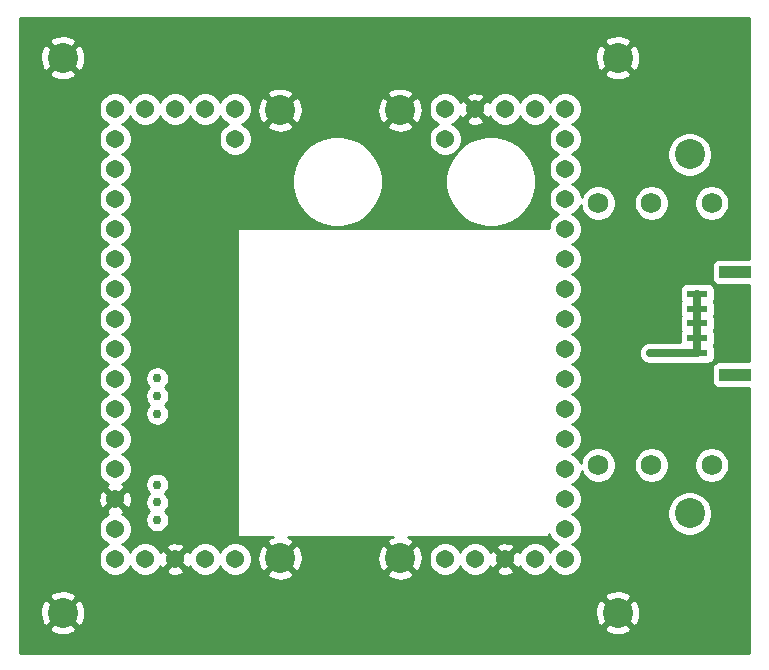
<source format=gbl>
%TF.GenerationSoftware,KiCad,Pcbnew,5.1.10-88a1d61d58~88~ubuntu20.04.1*%
%TF.CreationDate,2021-08-03T13:57:49-04:00*%
%TF.ProjectId,ta-base,74612d62-6173-4652-9e6b-696361645f70,rev?*%
%TF.SameCoordinates,Original*%
%TF.FileFunction,Copper,L2,Bot*%
%TF.FilePolarity,Positive*%
%FSLAX46Y46*%
G04 Gerber Fmt 4.6, Leading zero omitted, Abs format (unit mm)*
G04 Created by KiCad (PCBNEW 5.1.10-88a1d61d58~88~ubuntu20.04.1) date 2021-08-03 13:57:49*
%MOMM*%
%LPD*%
G01*
G04 APERTURE LIST*
%TA.AperFunction,ComponentPad*%
%ADD10C,1.540000*%
%TD*%
%TA.AperFunction,SMDPad,CuDef*%
%ADD11R,2.700000X1.000000*%
%TD*%
%TA.AperFunction,SMDPad,CuDef*%
%ADD12R,1.700000X0.600000*%
%TD*%
%TA.AperFunction,ComponentPad*%
%ADD13C,1.740000*%
%TD*%
%TA.AperFunction,ComponentPad*%
%ADD14C,2.540000*%
%TD*%
%TA.AperFunction,ComponentPad*%
%ADD15C,0.762000*%
%TD*%
%TA.AperFunction,ViaPad*%
%ADD16C,0.635000*%
%TD*%
%TA.AperFunction,Conductor*%
%ADD17C,0.635000*%
%TD*%
%TA.AperFunction,Conductor*%
%ADD18C,0.254000*%
%TD*%
%TA.AperFunction,Conductor*%
%ADD19C,0.100000*%
%TD*%
G04 APERTURE END LIST*
D10*
%TO.P,J8,1*%
%TO.N,/V_solar*%
X119314000Y-112505100D03*
%TO.P,J8,5*%
X111694000Y-109965100D03*
%TO.P,J8,3*%
X116774000Y-109965100D03*
%TO.P,J8,2*%
X119314000Y-109965100D03*
%TO.P,J8,4*%
X114234000Y-109965100D03*
%TD*%
D11*
%TO.P,J3,7*%
%TO.N,N/C*%
X161660805Y-132456732D03*
%TO.P,J3,6*%
X161660805Y-123756734D03*
D12*
%TO.P,J3,5*%
%TO.N,/V_solar*%
X158460811Y-130606733D03*
%TO.P,J3,4*%
X158460811Y-129356733D03*
%TO.P,J3,3*%
X158460811Y-128106733D03*
%TO.P,J3,2*%
X158460811Y-126856733D03*
%TO.P,J3,1*%
X158460811Y-125606733D03*
%TD*%
D10*
%TO.P,J5,1*%
%TO.N,Net-(J5-Pad1)*%
X137094000Y-112505100D03*
%TO.P,J5,5*%
%TO.N,Net-(J5-Pad5)*%
X144714000Y-109965100D03*
%TO.P,J5,3*%
%TO.N,GND*%
X139634000Y-109965100D03*
%TO.P,J5,2*%
%TO.N,Net-(J5-Pad2)*%
X137094000Y-109965100D03*
%TO.P,J5,4*%
%TO.N,Net-(J5-Pad4)*%
X142174000Y-109965100D03*
%TD*%
D13*
%TO.P,SW2,2*%
%TO.N,/Vcap*%
X150060811Y-117906733D03*
%TO.P,SW2,3*%
%TO.N,Net-(R2-Pad2)*%
X154560811Y-117906733D03*
%TO.P,SW2,1*%
%TO.N,Net-(SW2-Pad1)*%
X159660811Y-117906733D03*
D14*
%TO.P,SW2,5*%
%TO.N,N/C*%
X157810811Y-113806733D03*
%TD*%
%TO.P,P1,4*%
%TO.N,GND*%
X151699000Y-152600100D03*
%TO.P,P1,3*%
X151699000Y-105610100D03*
%TO.P,P1,2*%
X104709000Y-105610100D03*
%TO.P,P1,1*%
X104709000Y-152600100D03*
%TD*%
%TO.P,SW1,5*%
%TO.N,N/C*%
X157810811Y-144206733D03*
D13*
%TO.P,SW1,1*%
%TO.N,Net-(SW1-Pad1)*%
X159660811Y-140106733D03*
%TO.P,SW1,3*%
%TO.N,Net-(R1-Pad2)*%
X154560811Y-140106733D03*
%TO.P,SW1,2*%
%TO.N,/Vcap*%
X150060811Y-140106733D03*
%TD*%
D15*
%TO.P,U2,6*%
%TO.N,Net-(U1-Pad4)*%
X112710811Y-132756733D03*
%TO.P,U2,5*%
X112710811Y-134256733D03*
%TO.P,U2,4*%
X112710811Y-135756733D03*
%TO.P,U2,3*%
%TO.N,/Vcap*%
X112710811Y-144756733D03*
%TO.P,U2,2*%
X112710811Y-143256733D03*
%TO.P,U2,1*%
X112710811Y-141756733D03*
%TD*%
D10*
%TO.P,J1,1*%
%TO.N,/Vcap*%
X109154000Y-148065100D03*
%TO.P,J1,2*%
%TO.N,/BURN_SIG*%
X109154000Y-145525100D03*
%TO.P,J1,3*%
%TO.N,GND*%
X109154000Y-142985100D03*
%TO.P,J1,4*%
%TO.N,Net-(J1-Pad4)*%
X109154000Y-140445100D03*
%TO.P,J1,5*%
%TO.N,Net-(J1-Pad5)*%
X109154000Y-137905100D03*
%TO.P,J1,6*%
%TO.N,Net-(J1-Pad6)*%
X109154000Y-135365100D03*
%TO.P,J1,7*%
%TO.N,Net-(J1-Pad7)*%
X109154000Y-132825100D03*
%TO.P,J1,8*%
%TO.N,Net-(J1-Pad8)*%
X109154000Y-130285100D03*
%TO.P,J1,9*%
%TO.N,Net-(J1-Pad9)*%
X109154000Y-127745100D03*
%TO.P,J1,10*%
%TO.N,Net-(J1-Pad10)*%
X109154000Y-125205100D03*
%TO.P,J1,11*%
%TO.N,Net-(J1-Pad11)*%
X109154000Y-122665100D03*
%TO.P,J1,12*%
%TO.N,Net-(J1-Pad12)*%
X109154000Y-120125100D03*
%TO.P,J1,13*%
%TO.N,Net-(J1-Pad13)*%
X109154000Y-117585100D03*
%TO.P,J1,14*%
%TO.N,Net-(J1-Pad14)*%
X109154000Y-115045100D03*
%TO.P,J1,15*%
%TO.N,Net-(J1-Pad15)*%
X109154000Y-112505100D03*
%TO.P,J1,16*%
%TO.N,Net-(J1-Pad16)*%
X109154000Y-109965100D03*
%TD*%
%TO.P,J2,1*%
%TO.N,Net-(J2-Pad1)*%
X144714000Y-148065100D03*
%TO.P,J2,2*%
%TO.N,GND*%
X142174000Y-148065100D03*
%TO.P,J2,3*%
%TO.N,Net-(J2-Pad3)*%
X139634000Y-148065100D03*
%TO.P,J2,4*%
%TO.N,Net-(J2-Pad4)*%
X137094000Y-148065100D03*
%TD*%
%TO.P,J4,1*%
%TO.N,Net-(J4-Pad1)*%
X119314000Y-148065100D03*
%TO.P,J4,2*%
%TO.N,Net-(J4-Pad2)*%
X116774000Y-148065100D03*
%TO.P,J4,3*%
%TO.N,GND*%
X114234000Y-148065100D03*
%TO.P,J4,4*%
%TO.N,Net-(J4-Pad4)*%
X111694000Y-148065100D03*
%TD*%
%TO.P,J6,1*%
%TO.N,Net-(J6-Pad1)*%
X147254000Y-148065100D03*
%TO.P,J6,2*%
%TO.N,Net-(J6-Pad2)*%
X147254000Y-145525100D03*
%TO.P,J6,3*%
%TO.N,Net-(J6-Pad3)*%
X147254000Y-142985100D03*
%TO.P,J6,4*%
%TO.N,Net-(J6-Pad4)*%
X147254000Y-140445100D03*
%TO.P,J6,5*%
%TO.N,Net-(J6-Pad5)*%
X147254000Y-137905100D03*
%TO.P,J6,6*%
%TO.N,Net-(J6-Pad6)*%
X147254000Y-135365100D03*
%TO.P,J6,7*%
%TO.N,Net-(J6-Pad7)*%
X147254000Y-132825100D03*
%TO.P,J6,8*%
%TO.N,Net-(J6-Pad8)*%
X147254000Y-130285100D03*
%TO.P,J6,9*%
%TO.N,Net-(J6-Pad9)*%
X147254000Y-127745100D03*
%TO.P,J6,10*%
%TO.N,Net-(J6-Pad10)*%
X147254000Y-125205100D03*
%TO.P,J6,11*%
%TO.N,Net-(J6-Pad11)*%
X147254000Y-122665100D03*
%TO.P,J6,12*%
%TO.N,Net-(J6-Pad12)*%
X147254000Y-120125100D03*
%TO.P,J6,13*%
%TO.N,Net-(J6-Pad13)*%
X147254000Y-117585100D03*
%TO.P,J6,14*%
%TO.N,Net-(J6-Pad14)*%
X147254000Y-115045100D03*
%TO.P,J6,15*%
%TO.N,Net-(J6-Pad15)*%
X147254000Y-112505100D03*
%TO.P,J6,16*%
%TO.N,Net-(J6-Pad16)*%
X147254000Y-109965100D03*
%TD*%
D14*
%TO.P,P2,4*%
%TO.N,GND*%
X123124000Y-147975100D03*
%TO.P,P2,3*%
X123124000Y-110055100D03*
%TO.P,P2,2*%
X133284000Y-147975100D03*
%TO.P,P2,1*%
X133284000Y-110055100D03*
%TD*%
D16*
%TO.N,GND*%
X113960811Y-129106733D03*
X115960811Y-135356733D03*
X161960811Y-121356733D03*
X160248311Y-137069233D03*
%TO.N,/V_solar*%
X156460811Y-130606733D03*
X155460811Y-130606733D03*
X154460811Y-130606733D03*
%TD*%
D17*
%TO.N,/V_solar*%
X156460811Y-130606733D02*
X158460811Y-130606733D01*
X156460811Y-130606733D02*
X154460811Y-130606733D01*
X158460811Y-130606733D02*
X158460811Y-125606733D01*
%TD*%
D18*
%TO.N,GND*%
X162833811Y-122618662D02*
X160310805Y-122618662D01*
X160186323Y-122630922D01*
X160066625Y-122667232D01*
X159956311Y-122726197D01*
X159859620Y-122805549D01*
X159780268Y-122902240D01*
X159721303Y-123012554D01*
X159684993Y-123132252D01*
X159672733Y-123256734D01*
X159672733Y-124256734D01*
X159684993Y-124381216D01*
X159721303Y-124500914D01*
X159780268Y-124611228D01*
X159859620Y-124707919D01*
X159956311Y-124787271D01*
X160066625Y-124846236D01*
X160186323Y-124882546D01*
X160310805Y-124894806D01*
X162833811Y-124894806D01*
X162833811Y-131318660D01*
X160310805Y-131318660D01*
X160186323Y-131330920D01*
X160066625Y-131367230D01*
X159956311Y-131426195D01*
X159859620Y-131505547D01*
X159780268Y-131602238D01*
X159721303Y-131712552D01*
X159684993Y-131832250D01*
X159672733Y-131956732D01*
X159672733Y-132956732D01*
X159684993Y-133081214D01*
X159721303Y-133200912D01*
X159780268Y-133311226D01*
X159859620Y-133407917D01*
X159956311Y-133487269D01*
X160066625Y-133546234D01*
X160186323Y-133582544D01*
X160310805Y-133594804D01*
X162833811Y-133594804D01*
X162833811Y-155979733D01*
X101087811Y-155979733D01*
X101087811Y-153927952D01*
X103560753Y-153927952D01*
X103689076Y-154219971D01*
X104024695Y-154387823D01*
X104386611Y-154486974D01*
X104760916Y-154513614D01*
X105133227Y-154466718D01*
X105489235Y-154348088D01*
X105728924Y-154219971D01*
X105857247Y-153927952D01*
X150550753Y-153927952D01*
X150679076Y-154219971D01*
X151014695Y-154387823D01*
X151376611Y-154486974D01*
X151750916Y-154513614D01*
X152123227Y-154466718D01*
X152479235Y-154348088D01*
X152718924Y-154219971D01*
X152847247Y-153927952D01*
X151699000Y-152779705D01*
X150550753Y-153927952D01*
X105857247Y-153927952D01*
X104709000Y-152779705D01*
X103560753Y-153927952D01*
X101087811Y-153927952D01*
X101087811Y-152652016D01*
X102795486Y-152652016D01*
X102842382Y-153024327D01*
X102961012Y-153380335D01*
X103089129Y-153620024D01*
X103381148Y-153748347D01*
X104529395Y-152600100D01*
X104888605Y-152600100D01*
X106036852Y-153748347D01*
X106328871Y-153620024D01*
X106496723Y-153284405D01*
X106595874Y-152922489D01*
X106615124Y-152652016D01*
X149785486Y-152652016D01*
X149832382Y-153024327D01*
X149951012Y-153380335D01*
X150079129Y-153620024D01*
X150371148Y-153748347D01*
X151519395Y-152600100D01*
X151878605Y-152600100D01*
X153026852Y-153748347D01*
X153318871Y-153620024D01*
X153486723Y-153284405D01*
X153585874Y-152922489D01*
X153612514Y-152548184D01*
X153565618Y-152175873D01*
X153446988Y-151819865D01*
X153318871Y-151580176D01*
X153026852Y-151451853D01*
X151878605Y-152600100D01*
X151519395Y-152600100D01*
X150371148Y-151451853D01*
X150079129Y-151580176D01*
X149911277Y-151915795D01*
X149812126Y-152277711D01*
X149785486Y-152652016D01*
X106615124Y-152652016D01*
X106622514Y-152548184D01*
X106575618Y-152175873D01*
X106456988Y-151819865D01*
X106328871Y-151580176D01*
X106036852Y-151451853D01*
X104888605Y-152600100D01*
X104529395Y-152600100D01*
X103381148Y-151451853D01*
X103089129Y-151580176D01*
X102921277Y-151915795D01*
X102822126Y-152277711D01*
X102795486Y-152652016D01*
X101087811Y-152652016D01*
X101087811Y-151272248D01*
X103560753Y-151272248D01*
X104709000Y-152420495D01*
X105857247Y-151272248D01*
X150550753Y-151272248D01*
X151699000Y-152420495D01*
X152847247Y-151272248D01*
X152718924Y-150980229D01*
X152383305Y-150812377D01*
X152021389Y-150713226D01*
X151647084Y-150686586D01*
X151274773Y-150733482D01*
X150918765Y-150852112D01*
X150679076Y-150980229D01*
X150550753Y-151272248D01*
X105857247Y-151272248D01*
X105728924Y-150980229D01*
X105393305Y-150812377D01*
X105031389Y-150713226D01*
X104657084Y-150686586D01*
X104284773Y-150733482D01*
X103928765Y-150852112D01*
X103689076Y-150980229D01*
X103560753Y-151272248D01*
X101087811Y-151272248D01*
X101087811Y-145386720D01*
X107749000Y-145386720D01*
X107749000Y-145663480D01*
X107802994Y-145934923D01*
X107908905Y-146190617D01*
X108062665Y-146420735D01*
X108258365Y-146616435D01*
X108488483Y-146770195D01*
X108548610Y-146795100D01*
X108488483Y-146820005D01*
X108258365Y-146973765D01*
X108062665Y-147169465D01*
X107908905Y-147399583D01*
X107802994Y-147655277D01*
X107749000Y-147926720D01*
X107749000Y-148203480D01*
X107802994Y-148474923D01*
X107908905Y-148730617D01*
X108062665Y-148960735D01*
X108258365Y-149156435D01*
X108488483Y-149310195D01*
X108744177Y-149416106D01*
X109015620Y-149470100D01*
X109292380Y-149470100D01*
X109563823Y-149416106D01*
X109819517Y-149310195D01*
X110049635Y-149156435D01*
X110245335Y-148960735D01*
X110399095Y-148730617D01*
X110424000Y-148670490D01*
X110448905Y-148730617D01*
X110602665Y-148960735D01*
X110798365Y-149156435D01*
X111028483Y-149310195D01*
X111284177Y-149416106D01*
X111555620Y-149470100D01*
X111832380Y-149470100D01*
X112103823Y-149416106D01*
X112359517Y-149310195D01*
X112589635Y-149156435D01*
X112709692Y-149036378D01*
X113442327Y-149036378D01*
X113510276Y-149277287D01*
X113760668Y-149395187D01*
X114029250Y-149461972D01*
X114305701Y-149475077D01*
X114579395Y-149433996D01*
X114839817Y-149340310D01*
X114957724Y-149277287D01*
X115025673Y-149036378D01*
X114234000Y-148244705D01*
X113442327Y-149036378D01*
X112709692Y-149036378D01*
X112785335Y-148960735D01*
X112939095Y-148730617D01*
X112961626Y-148676222D01*
X113021813Y-148788824D01*
X113262722Y-148856773D01*
X114054395Y-148065100D01*
X114413605Y-148065100D01*
X115205278Y-148856773D01*
X115446187Y-148788824D01*
X115503020Y-148668124D01*
X115528905Y-148730617D01*
X115682665Y-148960735D01*
X115878365Y-149156435D01*
X116108483Y-149310195D01*
X116364177Y-149416106D01*
X116635620Y-149470100D01*
X116912380Y-149470100D01*
X117183823Y-149416106D01*
X117439517Y-149310195D01*
X117669635Y-149156435D01*
X117865335Y-148960735D01*
X118019095Y-148730617D01*
X118044000Y-148670490D01*
X118068905Y-148730617D01*
X118222665Y-148960735D01*
X118418365Y-149156435D01*
X118648483Y-149310195D01*
X118904177Y-149416106D01*
X119175620Y-149470100D01*
X119452380Y-149470100D01*
X119723823Y-149416106D01*
X119979517Y-149310195D01*
X119990356Y-149302952D01*
X121975753Y-149302952D01*
X122104076Y-149594971D01*
X122439695Y-149762823D01*
X122801611Y-149861974D01*
X123175916Y-149888614D01*
X123548227Y-149841718D01*
X123904235Y-149723088D01*
X124143924Y-149594971D01*
X124272247Y-149302952D01*
X132135753Y-149302952D01*
X132264076Y-149594971D01*
X132599695Y-149762823D01*
X132961611Y-149861974D01*
X133335916Y-149888614D01*
X133708227Y-149841718D01*
X134064235Y-149723088D01*
X134303924Y-149594971D01*
X134432247Y-149302952D01*
X133284000Y-148154705D01*
X132135753Y-149302952D01*
X124272247Y-149302952D01*
X123124000Y-148154705D01*
X121975753Y-149302952D01*
X119990356Y-149302952D01*
X120209635Y-149156435D01*
X120405335Y-148960735D01*
X120559095Y-148730617D01*
X120665006Y-148474923D01*
X120719000Y-148203480D01*
X120719000Y-148027016D01*
X121210486Y-148027016D01*
X121257382Y-148399327D01*
X121376012Y-148755335D01*
X121504129Y-148995024D01*
X121796148Y-149123347D01*
X122944395Y-147975100D01*
X123303605Y-147975100D01*
X124451852Y-149123347D01*
X124743871Y-148995024D01*
X124911723Y-148659405D01*
X125010874Y-148297489D01*
X125030124Y-148027016D01*
X131370486Y-148027016D01*
X131417382Y-148399327D01*
X131536012Y-148755335D01*
X131664129Y-148995024D01*
X131956148Y-149123347D01*
X133104395Y-147975100D01*
X133463605Y-147975100D01*
X134611852Y-149123347D01*
X134903871Y-148995024D01*
X135071723Y-148659405D01*
X135170874Y-148297489D01*
X135197262Y-147926720D01*
X135689000Y-147926720D01*
X135689000Y-148203480D01*
X135742994Y-148474923D01*
X135848905Y-148730617D01*
X136002665Y-148960735D01*
X136198365Y-149156435D01*
X136428483Y-149310195D01*
X136684177Y-149416106D01*
X136955620Y-149470100D01*
X137232380Y-149470100D01*
X137503823Y-149416106D01*
X137759517Y-149310195D01*
X137989635Y-149156435D01*
X138185335Y-148960735D01*
X138339095Y-148730617D01*
X138364000Y-148670490D01*
X138388905Y-148730617D01*
X138542665Y-148960735D01*
X138738365Y-149156435D01*
X138968483Y-149310195D01*
X139224177Y-149416106D01*
X139495620Y-149470100D01*
X139772380Y-149470100D01*
X140043823Y-149416106D01*
X140299517Y-149310195D01*
X140529635Y-149156435D01*
X140649692Y-149036378D01*
X141382327Y-149036378D01*
X141450276Y-149277287D01*
X141700668Y-149395187D01*
X141969250Y-149461972D01*
X142245701Y-149475077D01*
X142519395Y-149433996D01*
X142779817Y-149340310D01*
X142897724Y-149277287D01*
X142965673Y-149036378D01*
X142174000Y-148244705D01*
X141382327Y-149036378D01*
X140649692Y-149036378D01*
X140725335Y-148960735D01*
X140879095Y-148730617D01*
X140901626Y-148676222D01*
X140961813Y-148788824D01*
X141202722Y-148856773D01*
X141994395Y-148065100D01*
X141202722Y-147273427D01*
X140961813Y-147341376D01*
X140904980Y-147462076D01*
X140879095Y-147399583D01*
X140725335Y-147169465D01*
X140649692Y-147093822D01*
X141382327Y-147093822D01*
X142174000Y-147885495D01*
X142965673Y-147093822D01*
X142897724Y-146852913D01*
X142647332Y-146735013D01*
X142378750Y-146668228D01*
X142102299Y-146655123D01*
X141828605Y-146696204D01*
X141568183Y-146789890D01*
X141450276Y-146852913D01*
X141382327Y-147093822D01*
X140649692Y-147093822D01*
X140529635Y-146973765D01*
X140299517Y-146820005D01*
X140043823Y-146714094D01*
X139772380Y-146660100D01*
X139495620Y-146660100D01*
X139224177Y-146714094D01*
X138968483Y-146820005D01*
X138738365Y-146973765D01*
X138542665Y-147169465D01*
X138388905Y-147399583D01*
X138364000Y-147459710D01*
X138339095Y-147399583D01*
X138185335Y-147169465D01*
X137989635Y-146973765D01*
X137759517Y-146820005D01*
X137503823Y-146714094D01*
X137232380Y-146660100D01*
X136955620Y-146660100D01*
X136684177Y-146714094D01*
X136428483Y-146820005D01*
X136198365Y-146973765D01*
X136002665Y-147169465D01*
X135848905Y-147399583D01*
X135742994Y-147655277D01*
X135689000Y-147926720D01*
X135197262Y-147926720D01*
X135197514Y-147923184D01*
X135150618Y-147550873D01*
X135031988Y-147194865D01*
X134903871Y-146955176D01*
X134611852Y-146826853D01*
X133463605Y-147975100D01*
X133104395Y-147975100D01*
X131956148Y-146826853D01*
X131664129Y-146955176D01*
X131496277Y-147290795D01*
X131397126Y-147652711D01*
X131370486Y-148027016D01*
X125030124Y-148027016D01*
X125037514Y-147923184D01*
X124990618Y-147550873D01*
X124871988Y-147194865D01*
X124743871Y-146955176D01*
X124451852Y-146826853D01*
X123303605Y-147975100D01*
X122944395Y-147975100D01*
X121796148Y-146826853D01*
X121504129Y-146955176D01*
X121336277Y-147290795D01*
X121237126Y-147652711D01*
X121210486Y-148027016D01*
X120719000Y-148027016D01*
X120719000Y-147926720D01*
X120665006Y-147655277D01*
X120559095Y-147399583D01*
X120405335Y-147169465D01*
X120209635Y-146973765D01*
X119979517Y-146820005D01*
X119723823Y-146714094D01*
X119452380Y-146660100D01*
X119175620Y-146660100D01*
X118904177Y-146714094D01*
X118648483Y-146820005D01*
X118418365Y-146973765D01*
X118222665Y-147169465D01*
X118068905Y-147399583D01*
X118044000Y-147459710D01*
X118019095Y-147399583D01*
X117865335Y-147169465D01*
X117669635Y-146973765D01*
X117439517Y-146820005D01*
X117183823Y-146714094D01*
X116912380Y-146660100D01*
X116635620Y-146660100D01*
X116364177Y-146714094D01*
X116108483Y-146820005D01*
X115878365Y-146973765D01*
X115682665Y-147169465D01*
X115528905Y-147399583D01*
X115506374Y-147453978D01*
X115446187Y-147341376D01*
X115205278Y-147273427D01*
X114413605Y-148065100D01*
X114054395Y-148065100D01*
X113262722Y-147273427D01*
X113021813Y-147341376D01*
X112964980Y-147462076D01*
X112939095Y-147399583D01*
X112785335Y-147169465D01*
X112709692Y-147093822D01*
X113442327Y-147093822D01*
X114234000Y-147885495D01*
X115025673Y-147093822D01*
X114957724Y-146852913D01*
X114707332Y-146735013D01*
X114438750Y-146668228D01*
X114162299Y-146655123D01*
X113888605Y-146696204D01*
X113628183Y-146789890D01*
X113510276Y-146852913D01*
X113442327Y-147093822D01*
X112709692Y-147093822D01*
X112589635Y-146973765D01*
X112359517Y-146820005D01*
X112103823Y-146714094D01*
X111832380Y-146660100D01*
X111555620Y-146660100D01*
X111284177Y-146714094D01*
X111028483Y-146820005D01*
X110798365Y-146973765D01*
X110602665Y-147169465D01*
X110448905Y-147399583D01*
X110424000Y-147459710D01*
X110399095Y-147399583D01*
X110245335Y-147169465D01*
X110049635Y-146973765D01*
X109819517Y-146820005D01*
X109759390Y-146795100D01*
X109819517Y-146770195D01*
X110049635Y-146616435D01*
X110245335Y-146420735D01*
X110399095Y-146190617D01*
X110505006Y-145934923D01*
X110559000Y-145663480D01*
X110559000Y-145386720D01*
X110505006Y-145115277D01*
X110399095Y-144859583D01*
X110245335Y-144629465D01*
X110049635Y-144433765D01*
X109819517Y-144280005D01*
X109765122Y-144257474D01*
X109877724Y-144197287D01*
X109945673Y-143956378D01*
X109154000Y-143164705D01*
X108362327Y-143956378D01*
X108430276Y-144197287D01*
X108550976Y-144254120D01*
X108488483Y-144280005D01*
X108258365Y-144433765D01*
X108062665Y-144629465D01*
X107908905Y-144859583D01*
X107802994Y-145115277D01*
X107749000Y-145386720D01*
X101087811Y-145386720D01*
X101087811Y-143056801D01*
X107744023Y-143056801D01*
X107785104Y-143330495D01*
X107878790Y-143590917D01*
X107941813Y-143708824D01*
X108182722Y-143776773D01*
X108974395Y-142985100D01*
X109333605Y-142985100D01*
X110125278Y-143776773D01*
X110366187Y-143708824D01*
X110484087Y-143458432D01*
X110550872Y-143189850D01*
X110563977Y-142913399D01*
X110522896Y-142639705D01*
X110429210Y-142379283D01*
X110366187Y-142261376D01*
X110125278Y-142193427D01*
X109333605Y-142985100D01*
X108974395Y-142985100D01*
X108182722Y-142193427D01*
X107941813Y-142261376D01*
X107823913Y-142511768D01*
X107757128Y-142780350D01*
X107744023Y-143056801D01*
X101087811Y-143056801D01*
X101087811Y-109826720D01*
X107749000Y-109826720D01*
X107749000Y-110103480D01*
X107802994Y-110374923D01*
X107908905Y-110630617D01*
X108062665Y-110860735D01*
X108258365Y-111056435D01*
X108488483Y-111210195D01*
X108548610Y-111235100D01*
X108488483Y-111260005D01*
X108258365Y-111413765D01*
X108062665Y-111609465D01*
X107908905Y-111839583D01*
X107802994Y-112095277D01*
X107749000Y-112366720D01*
X107749000Y-112643480D01*
X107802994Y-112914923D01*
X107908905Y-113170617D01*
X108062665Y-113400735D01*
X108258365Y-113596435D01*
X108488483Y-113750195D01*
X108548610Y-113775100D01*
X108488483Y-113800005D01*
X108258365Y-113953765D01*
X108062665Y-114149465D01*
X107908905Y-114379583D01*
X107802994Y-114635277D01*
X107749000Y-114906720D01*
X107749000Y-115183480D01*
X107802994Y-115454923D01*
X107908905Y-115710617D01*
X108062665Y-115940735D01*
X108258365Y-116136435D01*
X108488483Y-116290195D01*
X108548610Y-116315100D01*
X108488483Y-116340005D01*
X108258365Y-116493765D01*
X108062665Y-116689465D01*
X107908905Y-116919583D01*
X107802994Y-117175277D01*
X107749000Y-117446720D01*
X107749000Y-117723480D01*
X107802994Y-117994923D01*
X107908905Y-118250617D01*
X108062665Y-118480735D01*
X108258365Y-118676435D01*
X108488483Y-118830195D01*
X108548610Y-118855100D01*
X108488483Y-118880005D01*
X108258365Y-119033765D01*
X108062665Y-119229465D01*
X107908905Y-119459583D01*
X107802994Y-119715277D01*
X107749000Y-119986720D01*
X107749000Y-120263480D01*
X107802994Y-120534923D01*
X107908905Y-120790617D01*
X108062665Y-121020735D01*
X108258365Y-121216435D01*
X108488483Y-121370195D01*
X108548610Y-121395100D01*
X108488483Y-121420005D01*
X108258365Y-121573765D01*
X108062665Y-121769465D01*
X107908905Y-121999583D01*
X107802994Y-122255277D01*
X107749000Y-122526720D01*
X107749000Y-122803480D01*
X107802994Y-123074923D01*
X107908905Y-123330617D01*
X108062665Y-123560735D01*
X108258365Y-123756435D01*
X108488483Y-123910195D01*
X108548610Y-123935100D01*
X108488483Y-123960005D01*
X108258365Y-124113765D01*
X108062665Y-124309465D01*
X107908905Y-124539583D01*
X107802994Y-124795277D01*
X107749000Y-125066720D01*
X107749000Y-125343480D01*
X107802994Y-125614923D01*
X107908905Y-125870617D01*
X108062665Y-126100735D01*
X108258365Y-126296435D01*
X108488483Y-126450195D01*
X108548610Y-126475100D01*
X108488483Y-126500005D01*
X108258365Y-126653765D01*
X108062665Y-126849465D01*
X107908905Y-127079583D01*
X107802994Y-127335277D01*
X107749000Y-127606720D01*
X107749000Y-127883480D01*
X107802994Y-128154923D01*
X107908905Y-128410617D01*
X108062665Y-128640735D01*
X108258365Y-128836435D01*
X108488483Y-128990195D01*
X108548610Y-129015100D01*
X108488483Y-129040005D01*
X108258365Y-129193765D01*
X108062665Y-129389465D01*
X107908905Y-129619583D01*
X107802994Y-129875277D01*
X107749000Y-130146720D01*
X107749000Y-130423480D01*
X107802994Y-130694923D01*
X107908905Y-130950617D01*
X108062665Y-131180735D01*
X108258365Y-131376435D01*
X108488483Y-131530195D01*
X108548610Y-131555100D01*
X108488483Y-131580005D01*
X108258365Y-131733765D01*
X108062665Y-131929465D01*
X107908905Y-132159583D01*
X107802994Y-132415277D01*
X107749000Y-132686720D01*
X107749000Y-132963480D01*
X107802994Y-133234923D01*
X107908905Y-133490617D01*
X108062665Y-133720735D01*
X108258365Y-133916435D01*
X108488483Y-134070195D01*
X108548610Y-134095100D01*
X108488483Y-134120005D01*
X108258365Y-134273765D01*
X108062665Y-134469465D01*
X107908905Y-134699583D01*
X107802994Y-134955277D01*
X107749000Y-135226720D01*
X107749000Y-135503480D01*
X107802994Y-135774923D01*
X107908905Y-136030617D01*
X108062665Y-136260735D01*
X108258365Y-136456435D01*
X108488483Y-136610195D01*
X108548610Y-136635100D01*
X108488483Y-136660005D01*
X108258365Y-136813765D01*
X108062665Y-137009465D01*
X107908905Y-137239583D01*
X107802994Y-137495277D01*
X107749000Y-137766720D01*
X107749000Y-138043480D01*
X107802994Y-138314923D01*
X107908905Y-138570617D01*
X108062665Y-138800735D01*
X108258365Y-138996435D01*
X108488483Y-139150195D01*
X108548610Y-139175100D01*
X108488483Y-139200005D01*
X108258365Y-139353765D01*
X108062665Y-139549465D01*
X107908905Y-139779583D01*
X107802994Y-140035277D01*
X107749000Y-140306720D01*
X107749000Y-140583480D01*
X107802994Y-140854923D01*
X107908905Y-141110617D01*
X108062665Y-141340735D01*
X108258365Y-141536435D01*
X108488483Y-141690195D01*
X108542878Y-141712726D01*
X108430276Y-141772913D01*
X108362327Y-142013822D01*
X109154000Y-142805495D01*
X109945673Y-142013822D01*
X109877724Y-141772913D01*
X109757024Y-141716080D01*
X109819517Y-141690195D01*
X109869696Y-141656666D01*
X111694811Y-141656666D01*
X111694811Y-141856800D01*
X111733855Y-142053089D01*
X111810443Y-142237989D01*
X111921632Y-142404395D01*
X112023970Y-142506733D01*
X111921632Y-142609071D01*
X111810443Y-142775477D01*
X111733855Y-142960377D01*
X111694811Y-143156666D01*
X111694811Y-143356800D01*
X111733855Y-143553089D01*
X111810443Y-143737989D01*
X111921632Y-143904395D01*
X112023970Y-144006733D01*
X111921632Y-144109071D01*
X111810443Y-144275477D01*
X111733855Y-144460377D01*
X111694811Y-144656666D01*
X111694811Y-144856800D01*
X111733855Y-145053089D01*
X111810443Y-145237989D01*
X111921632Y-145404395D01*
X112063149Y-145545912D01*
X112229555Y-145657101D01*
X112414455Y-145733689D01*
X112610744Y-145772733D01*
X112810878Y-145772733D01*
X113007167Y-145733689D01*
X113192067Y-145657101D01*
X113358473Y-145545912D01*
X113499990Y-145404395D01*
X113611179Y-145237989D01*
X113687767Y-145053089D01*
X113726811Y-144856800D01*
X113726811Y-144656666D01*
X113687767Y-144460377D01*
X113611179Y-144275477D01*
X113499990Y-144109071D01*
X113397652Y-144006733D01*
X113499990Y-143904395D01*
X113611179Y-143737989D01*
X113687767Y-143553089D01*
X113726811Y-143356800D01*
X113726811Y-143156666D01*
X113687767Y-142960377D01*
X113611179Y-142775477D01*
X113499990Y-142609071D01*
X113397652Y-142506733D01*
X113499990Y-142404395D01*
X113611179Y-142237989D01*
X113687767Y-142053089D01*
X113726811Y-141856800D01*
X113726811Y-141656666D01*
X113687767Y-141460377D01*
X113611179Y-141275477D01*
X113499990Y-141109071D01*
X113358473Y-140967554D01*
X113192067Y-140856365D01*
X113007167Y-140779777D01*
X112810878Y-140740733D01*
X112610744Y-140740733D01*
X112414455Y-140779777D01*
X112229555Y-140856365D01*
X112063149Y-140967554D01*
X111921632Y-141109071D01*
X111810443Y-141275477D01*
X111733855Y-141460377D01*
X111694811Y-141656666D01*
X109869696Y-141656666D01*
X110049635Y-141536435D01*
X110245335Y-141340735D01*
X110399095Y-141110617D01*
X110505006Y-140854923D01*
X110559000Y-140583480D01*
X110559000Y-140306720D01*
X110505006Y-140035277D01*
X110399095Y-139779583D01*
X110245335Y-139549465D01*
X110049635Y-139353765D01*
X109819517Y-139200005D01*
X109759390Y-139175100D01*
X109819517Y-139150195D01*
X110049635Y-138996435D01*
X110245335Y-138800735D01*
X110399095Y-138570617D01*
X110505006Y-138314923D01*
X110559000Y-138043480D01*
X110559000Y-137766720D01*
X110505006Y-137495277D01*
X110399095Y-137239583D01*
X110245335Y-137009465D01*
X110049635Y-136813765D01*
X109819517Y-136660005D01*
X109759390Y-136635100D01*
X109819517Y-136610195D01*
X110049635Y-136456435D01*
X110245335Y-136260735D01*
X110399095Y-136030617D01*
X110505006Y-135774923D01*
X110559000Y-135503480D01*
X110559000Y-135226720D01*
X110505006Y-134955277D01*
X110399095Y-134699583D01*
X110245335Y-134469465D01*
X110049635Y-134273765D01*
X109819517Y-134120005D01*
X109759390Y-134095100D01*
X109819517Y-134070195D01*
X110049635Y-133916435D01*
X110245335Y-133720735D01*
X110399095Y-133490617D01*
X110505006Y-133234923D01*
X110559000Y-132963480D01*
X110559000Y-132686720D01*
X110553022Y-132656666D01*
X111694811Y-132656666D01*
X111694811Y-132856800D01*
X111733855Y-133053089D01*
X111810443Y-133237989D01*
X111921632Y-133404395D01*
X112023970Y-133506733D01*
X111921632Y-133609071D01*
X111810443Y-133775477D01*
X111733855Y-133960377D01*
X111694811Y-134156666D01*
X111694811Y-134356800D01*
X111733855Y-134553089D01*
X111810443Y-134737989D01*
X111921632Y-134904395D01*
X112023970Y-135006733D01*
X111921632Y-135109071D01*
X111810443Y-135275477D01*
X111733855Y-135460377D01*
X111694811Y-135656666D01*
X111694811Y-135856800D01*
X111733855Y-136053089D01*
X111810443Y-136237989D01*
X111921632Y-136404395D01*
X112063149Y-136545912D01*
X112229555Y-136657101D01*
X112414455Y-136733689D01*
X112610744Y-136772733D01*
X112810878Y-136772733D01*
X113007167Y-136733689D01*
X113192067Y-136657101D01*
X113358473Y-136545912D01*
X113499990Y-136404395D01*
X113611179Y-136237989D01*
X113687767Y-136053089D01*
X113726811Y-135856800D01*
X113726811Y-135656666D01*
X113687767Y-135460377D01*
X113611179Y-135275477D01*
X113499990Y-135109071D01*
X113397652Y-135006733D01*
X113499990Y-134904395D01*
X113611179Y-134737989D01*
X113687767Y-134553089D01*
X113726811Y-134356800D01*
X113726811Y-134156666D01*
X113687767Y-133960377D01*
X113611179Y-133775477D01*
X113499990Y-133609071D01*
X113397652Y-133506733D01*
X113499990Y-133404395D01*
X113611179Y-133237989D01*
X113687767Y-133053089D01*
X113726811Y-132856800D01*
X113726811Y-132656666D01*
X113687767Y-132460377D01*
X113611179Y-132275477D01*
X113499990Y-132109071D01*
X113358473Y-131967554D01*
X113192067Y-131856365D01*
X113007167Y-131779777D01*
X112810878Y-131740733D01*
X112610744Y-131740733D01*
X112414455Y-131779777D01*
X112229555Y-131856365D01*
X112063149Y-131967554D01*
X111921632Y-132109071D01*
X111810443Y-132275477D01*
X111733855Y-132460377D01*
X111694811Y-132656666D01*
X110553022Y-132656666D01*
X110505006Y-132415277D01*
X110399095Y-132159583D01*
X110245335Y-131929465D01*
X110049635Y-131733765D01*
X109819517Y-131580005D01*
X109759390Y-131555100D01*
X109819517Y-131530195D01*
X110049635Y-131376435D01*
X110245335Y-131180735D01*
X110399095Y-130950617D01*
X110505006Y-130694923D01*
X110559000Y-130423480D01*
X110559000Y-130146720D01*
X110505006Y-129875277D01*
X110399095Y-129619583D01*
X110245335Y-129389465D01*
X110049635Y-129193765D01*
X109819517Y-129040005D01*
X109759390Y-129015100D01*
X109819517Y-128990195D01*
X110049635Y-128836435D01*
X110245335Y-128640735D01*
X110399095Y-128410617D01*
X110505006Y-128154923D01*
X110559000Y-127883480D01*
X110559000Y-127606720D01*
X110505006Y-127335277D01*
X110399095Y-127079583D01*
X110245335Y-126849465D01*
X110049635Y-126653765D01*
X109819517Y-126500005D01*
X109759390Y-126475100D01*
X109819517Y-126450195D01*
X110049635Y-126296435D01*
X110245335Y-126100735D01*
X110399095Y-125870617D01*
X110505006Y-125614923D01*
X110559000Y-125343480D01*
X110559000Y-125066720D01*
X110505006Y-124795277D01*
X110399095Y-124539583D01*
X110245335Y-124309465D01*
X110049635Y-124113765D01*
X109819517Y-123960005D01*
X109759390Y-123935100D01*
X109819517Y-123910195D01*
X110049635Y-123756435D01*
X110245335Y-123560735D01*
X110399095Y-123330617D01*
X110505006Y-123074923D01*
X110559000Y-122803480D01*
X110559000Y-122526720D01*
X110505006Y-122255277D01*
X110399095Y-121999583D01*
X110245335Y-121769465D01*
X110049635Y-121573765D01*
X109819517Y-121420005D01*
X109759390Y-121395100D01*
X109819517Y-121370195D01*
X110049635Y-121216435D01*
X110245335Y-121020735D01*
X110399095Y-120790617D01*
X110505006Y-120534923D01*
X110559000Y-120263480D01*
X110559000Y-120142000D01*
X119507000Y-120142000D01*
X119507000Y-146050000D01*
X119509440Y-146074776D01*
X119516667Y-146098601D01*
X119528403Y-146120557D01*
X119544197Y-146139803D01*
X119563443Y-146155597D01*
X119585399Y-146167333D01*
X119609224Y-146174560D01*
X119634000Y-146177000D01*
X122494151Y-146177000D01*
X122343765Y-146227112D01*
X122104076Y-146355229D01*
X121975753Y-146647248D01*
X123124000Y-147795495D01*
X124272247Y-146647248D01*
X124143924Y-146355229D01*
X123808305Y-146187377D01*
X123770427Y-146177000D01*
X132654151Y-146177000D01*
X132503765Y-146227112D01*
X132264076Y-146355229D01*
X132135753Y-146647248D01*
X133284000Y-147795495D01*
X134432247Y-146647248D01*
X134303924Y-146355229D01*
X133968305Y-146187377D01*
X133930427Y-146177000D01*
X145796000Y-146177000D01*
X145820776Y-146174560D01*
X145844601Y-146167333D01*
X145866557Y-146155597D01*
X145885803Y-146139803D01*
X145901597Y-146120557D01*
X145913333Y-146098601D01*
X145920560Y-146074776D01*
X145923000Y-146050000D01*
X145923000Y-145983222D01*
X146008905Y-146190617D01*
X146162665Y-146420735D01*
X146358365Y-146616435D01*
X146588483Y-146770195D01*
X146648610Y-146795100D01*
X146588483Y-146820005D01*
X146358365Y-146973765D01*
X146162665Y-147169465D01*
X146008905Y-147399583D01*
X145984000Y-147459710D01*
X145959095Y-147399583D01*
X145805335Y-147169465D01*
X145609635Y-146973765D01*
X145379517Y-146820005D01*
X145123823Y-146714094D01*
X144852380Y-146660100D01*
X144575620Y-146660100D01*
X144304177Y-146714094D01*
X144048483Y-146820005D01*
X143818365Y-146973765D01*
X143622665Y-147169465D01*
X143468905Y-147399583D01*
X143446374Y-147453978D01*
X143386187Y-147341376D01*
X143145278Y-147273427D01*
X142353605Y-148065100D01*
X143145278Y-148856773D01*
X143386187Y-148788824D01*
X143443020Y-148668124D01*
X143468905Y-148730617D01*
X143622665Y-148960735D01*
X143818365Y-149156435D01*
X144048483Y-149310195D01*
X144304177Y-149416106D01*
X144575620Y-149470100D01*
X144852380Y-149470100D01*
X145123823Y-149416106D01*
X145379517Y-149310195D01*
X145609635Y-149156435D01*
X145805335Y-148960735D01*
X145959095Y-148730617D01*
X145984000Y-148670490D01*
X146008905Y-148730617D01*
X146162665Y-148960735D01*
X146358365Y-149156435D01*
X146588483Y-149310195D01*
X146844177Y-149416106D01*
X147115620Y-149470100D01*
X147392380Y-149470100D01*
X147663823Y-149416106D01*
X147919517Y-149310195D01*
X148149635Y-149156435D01*
X148345335Y-148960735D01*
X148499095Y-148730617D01*
X148605006Y-148474923D01*
X148659000Y-148203480D01*
X148659000Y-147926720D01*
X148605006Y-147655277D01*
X148499095Y-147399583D01*
X148345335Y-147169465D01*
X148149635Y-146973765D01*
X147919517Y-146820005D01*
X147859390Y-146795100D01*
X147919517Y-146770195D01*
X148149635Y-146616435D01*
X148345335Y-146420735D01*
X148499095Y-146190617D01*
X148605006Y-145934923D01*
X148659000Y-145663480D01*
X148659000Y-145386720D01*
X148605006Y-145115277D01*
X148499095Y-144859583D01*
X148345335Y-144629465D01*
X148149635Y-144433765D01*
X147919517Y-144280005D01*
X147859390Y-144255100D01*
X147919517Y-144230195D01*
X148149635Y-144076435D01*
X148206963Y-144019107D01*
X155905811Y-144019107D01*
X155905811Y-144394359D01*
X155979020Y-144762401D01*
X156122622Y-145109089D01*
X156331101Y-145421099D01*
X156596445Y-145686443D01*
X156908455Y-145894922D01*
X157255143Y-146038524D01*
X157623185Y-146111733D01*
X157998437Y-146111733D01*
X158366479Y-146038524D01*
X158713167Y-145894922D01*
X159025177Y-145686443D01*
X159290521Y-145421099D01*
X159499000Y-145109089D01*
X159642602Y-144762401D01*
X159715811Y-144394359D01*
X159715811Y-144019107D01*
X159642602Y-143651065D01*
X159499000Y-143304377D01*
X159290521Y-142992367D01*
X159025177Y-142727023D01*
X158713167Y-142518544D01*
X158366479Y-142374942D01*
X157998437Y-142301733D01*
X157623185Y-142301733D01*
X157255143Y-142374942D01*
X156908455Y-142518544D01*
X156596445Y-142727023D01*
X156331101Y-142992367D01*
X156122622Y-143304377D01*
X155979020Y-143651065D01*
X155905811Y-144019107D01*
X148206963Y-144019107D01*
X148345335Y-143880735D01*
X148499095Y-143650617D01*
X148605006Y-143394923D01*
X148659000Y-143123480D01*
X148659000Y-142846720D01*
X148605006Y-142575277D01*
X148499095Y-142319583D01*
X148345335Y-142089465D01*
X148149635Y-141893765D01*
X147919517Y-141740005D01*
X147859390Y-141715100D01*
X147919517Y-141690195D01*
X148149635Y-141536435D01*
X148345335Y-141340735D01*
X148499095Y-141110617D01*
X148605006Y-140854923D01*
X148649360Y-140631944D01*
X148727097Y-140819618D01*
X148891801Y-141066115D01*
X149101429Y-141275743D01*
X149347926Y-141440447D01*
X149621819Y-141553897D01*
X149912581Y-141611733D01*
X150209041Y-141611733D01*
X150499803Y-141553897D01*
X150773696Y-141440447D01*
X151020193Y-141275743D01*
X151229821Y-141066115D01*
X151394525Y-140819618D01*
X151507975Y-140545725D01*
X151565811Y-140254963D01*
X151565811Y-139958503D01*
X153055811Y-139958503D01*
X153055811Y-140254963D01*
X153113647Y-140545725D01*
X153227097Y-140819618D01*
X153391801Y-141066115D01*
X153601429Y-141275743D01*
X153847926Y-141440447D01*
X154121819Y-141553897D01*
X154412581Y-141611733D01*
X154709041Y-141611733D01*
X154999803Y-141553897D01*
X155273696Y-141440447D01*
X155520193Y-141275743D01*
X155729821Y-141066115D01*
X155894525Y-140819618D01*
X156007975Y-140545725D01*
X156065811Y-140254963D01*
X156065811Y-139958503D01*
X158155811Y-139958503D01*
X158155811Y-140254963D01*
X158213647Y-140545725D01*
X158327097Y-140819618D01*
X158491801Y-141066115D01*
X158701429Y-141275743D01*
X158947926Y-141440447D01*
X159221819Y-141553897D01*
X159512581Y-141611733D01*
X159809041Y-141611733D01*
X160099803Y-141553897D01*
X160373696Y-141440447D01*
X160620193Y-141275743D01*
X160829821Y-141066115D01*
X160994525Y-140819618D01*
X161107975Y-140545725D01*
X161165811Y-140254963D01*
X161165811Y-139958503D01*
X161107975Y-139667741D01*
X160994525Y-139393848D01*
X160829821Y-139147351D01*
X160620193Y-138937723D01*
X160373696Y-138773019D01*
X160099803Y-138659569D01*
X159809041Y-138601733D01*
X159512581Y-138601733D01*
X159221819Y-138659569D01*
X158947926Y-138773019D01*
X158701429Y-138937723D01*
X158491801Y-139147351D01*
X158327097Y-139393848D01*
X158213647Y-139667741D01*
X158155811Y-139958503D01*
X156065811Y-139958503D01*
X156007975Y-139667741D01*
X155894525Y-139393848D01*
X155729821Y-139147351D01*
X155520193Y-138937723D01*
X155273696Y-138773019D01*
X154999803Y-138659569D01*
X154709041Y-138601733D01*
X154412581Y-138601733D01*
X154121819Y-138659569D01*
X153847926Y-138773019D01*
X153601429Y-138937723D01*
X153391801Y-139147351D01*
X153227097Y-139393848D01*
X153113647Y-139667741D01*
X153055811Y-139958503D01*
X151565811Y-139958503D01*
X151507975Y-139667741D01*
X151394525Y-139393848D01*
X151229821Y-139147351D01*
X151020193Y-138937723D01*
X150773696Y-138773019D01*
X150499803Y-138659569D01*
X150209041Y-138601733D01*
X149912581Y-138601733D01*
X149621819Y-138659569D01*
X149347926Y-138773019D01*
X149101429Y-138937723D01*
X148891801Y-139147351D01*
X148727097Y-139393848D01*
X148613647Y-139667741D01*
X148561454Y-139930133D01*
X148499095Y-139779583D01*
X148345335Y-139549465D01*
X148149635Y-139353765D01*
X147919517Y-139200005D01*
X147859390Y-139175100D01*
X147919517Y-139150195D01*
X148149635Y-138996435D01*
X148345335Y-138800735D01*
X148499095Y-138570617D01*
X148605006Y-138314923D01*
X148659000Y-138043480D01*
X148659000Y-137766720D01*
X148605006Y-137495277D01*
X148499095Y-137239583D01*
X148345335Y-137009465D01*
X148149635Y-136813765D01*
X147919517Y-136660005D01*
X147859390Y-136635100D01*
X147919517Y-136610195D01*
X148149635Y-136456435D01*
X148345335Y-136260735D01*
X148499095Y-136030617D01*
X148605006Y-135774923D01*
X148659000Y-135503480D01*
X148659000Y-135226720D01*
X148605006Y-134955277D01*
X148499095Y-134699583D01*
X148345335Y-134469465D01*
X148149635Y-134273765D01*
X147919517Y-134120005D01*
X147859390Y-134095100D01*
X147919517Y-134070195D01*
X148149635Y-133916435D01*
X148345335Y-133720735D01*
X148499095Y-133490617D01*
X148605006Y-133234923D01*
X148659000Y-132963480D01*
X148659000Y-132686720D01*
X148605006Y-132415277D01*
X148499095Y-132159583D01*
X148345335Y-131929465D01*
X148149635Y-131733765D01*
X147919517Y-131580005D01*
X147859390Y-131555100D01*
X147919517Y-131530195D01*
X148149635Y-131376435D01*
X148345335Y-131180735D01*
X148499095Y-130950617D01*
X148605006Y-130694923D01*
X148622548Y-130606733D01*
X153503703Y-130606733D01*
X153508311Y-130653517D01*
X153508311Y-130700546D01*
X153517486Y-130746673D01*
X153522094Y-130793456D01*
X153535740Y-130838440D01*
X153544915Y-130884567D01*
X153562914Y-130928021D01*
X153576559Y-130973002D01*
X153598716Y-131014456D01*
X153616716Y-131057911D01*
X153642846Y-131097018D01*
X153665005Y-131138474D01*
X153694828Y-131174813D01*
X153720956Y-131213917D01*
X153754208Y-131247169D01*
X153784033Y-131283511D01*
X153820375Y-131313336D01*
X153853627Y-131346588D01*
X153892731Y-131372716D01*
X153929070Y-131402539D01*
X153970526Y-131424698D01*
X154009633Y-131450828D01*
X154053088Y-131468828D01*
X154094542Y-131490985D01*
X154139523Y-131504630D01*
X154182977Y-131522629D01*
X154229104Y-131531804D01*
X154274088Y-131545450D01*
X154320871Y-131550058D01*
X154366998Y-131559233D01*
X158414026Y-131559233D01*
X158460811Y-131563841D01*
X158507596Y-131559233D01*
X158647534Y-131545450D01*
X158649660Y-131544805D01*
X159310811Y-131544805D01*
X159435293Y-131532545D01*
X159554991Y-131496235D01*
X159665305Y-131437270D01*
X159761996Y-131357918D01*
X159841348Y-131261227D01*
X159900313Y-131150913D01*
X159936623Y-131031215D01*
X159948883Y-130906733D01*
X159948883Y-130306733D01*
X159936623Y-130182251D01*
X159900313Y-130062553D01*
X159857113Y-129981733D01*
X159900313Y-129900913D01*
X159936623Y-129781215D01*
X159948883Y-129656733D01*
X159948883Y-129056733D01*
X159936623Y-128932251D01*
X159900313Y-128812553D01*
X159857113Y-128731733D01*
X159900313Y-128650913D01*
X159936623Y-128531215D01*
X159948883Y-128406733D01*
X159948883Y-127806733D01*
X159936623Y-127682251D01*
X159900313Y-127562553D01*
X159857113Y-127481733D01*
X159900313Y-127400913D01*
X159936623Y-127281215D01*
X159948883Y-127156733D01*
X159948883Y-126556733D01*
X159936623Y-126432251D01*
X159900313Y-126312553D01*
X159857113Y-126231733D01*
X159900313Y-126150913D01*
X159936623Y-126031215D01*
X159948883Y-125906733D01*
X159948883Y-125306733D01*
X159936623Y-125182251D01*
X159900313Y-125062553D01*
X159841348Y-124952239D01*
X159761996Y-124855548D01*
X159665305Y-124776196D01*
X159554991Y-124717231D01*
X159435293Y-124680921D01*
X159310811Y-124668661D01*
X158649660Y-124668661D01*
X158647534Y-124668016D01*
X158460811Y-124649625D01*
X158274089Y-124668016D01*
X158271963Y-124668661D01*
X157610811Y-124668661D01*
X157486329Y-124680921D01*
X157366631Y-124717231D01*
X157256317Y-124776196D01*
X157159626Y-124855548D01*
X157080274Y-124952239D01*
X157021309Y-125062553D01*
X156984999Y-125182251D01*
X156972739Y-125306733D01*
X156972739Y-125906733D01*
X156984999Y-126031215D01*
X157021309Y-126150913D01*
X157064509Y-126231733D01*
X157021309Y-126312553D01*
X156984999Y-126432251D01*
X156972739Y-126556733D01*
X156972739Y-127156733D01*
X156984999Y-127281215D01*
X157021309Y-127400913D01*
X157064509Y-127481733D01*
X157021309Y-127562553D01*
X156984999Y-127682251D01*
X156972739Y-127806733D01*
X156972739Y-128406733D01*
X156984999Y-128531215D01*
X157021309Y-128650913D01*
X157064509Y-128731733D01*
X157021309Y-128812553D01*
X156984999Y-128932251D01*
X156972739Y-129056733D01*
X156972739Y-129654233D01*
X154366998Y-129654233D01*
X154320871Y-129663408D01*
X154274088Y-129668016D01*
X154229104Y-129681662D01*
X154182977Y-129690837D01*
X154139523Y-129708836D01*
X154094542Y-129722481D01*
X154053088Y-129744638D01*
X154009633Y-129762638D01*
X153970526Y-129788768D01*
X153929070Y-129810927D01*
X153892731Y-129840750D01*
X153853627Y-129866878D01*
X153820375Y-129900130D01*
X153784033Y-129929955D01*
X153754208Y-129966297D01*
X153720956Y-129999549D01*
X153694828Y-130038653D01*
X153665005Y-130074992D01*
X153642846Y-130116448D01*
X153616716Y-130155555D01*
X153598716Y-130199010D01*
X153576559Y-130240464D01*
X153562914Y-130285445D01*
X153544915Y-130328899D01*
X153535740Y-130375026D01*
X153522094Y-130420010D01*
X153517486Y-130466793D01*
X153508311Y-130512920D01*
X153508311Y-130559948D01*
X153503703Y-130606733D01*
X148622548Y-130606733D01*
X148659000Y-130423480D01*
X148659000Y-130146720D01*
X148605006Y-129875277D01*
X148499095Y-129619583D01*
X148345335Y-129389465D01*
X148149635Y-129193765D01*
X147919517Y-129040005D01*
X147859390Y-129015100D01*
X147919517Y-128990195D01*
X148149635Y-128836435D01*
X148345335Y-128640735D01*
X148499095Y-128410617D01*
X148605006Y-128154923D01*
X148659000Y-127883480D01*
X148659000Y-127606720D01*
X148605006Y-127335277D01*
X148499095Y-127079583D01*
X148345335Y-126849465D01*
X148149635Y-126653765D01*
X147919517Y-126500005D01*
X147859390Y-126475100D01*
X147919517Y-126450195D01*
X148149635Y-126296435D01*
X148345335Y-126100735D01*
X148499095Y-125870617D01*
X148605006Y-125614923D01*
X148659000Y-125343480D01*
X148659000Y-125066720D01*
X148605006Y-124795277D01*
X148499095Y-124539583D01*
X148345335Y-124309465D01*
X148149635Y-124113765D01*
X147919517Y-123960005D01*
X147859390Y-123935100D01*
X147919517Y-123910195D01*
X148149635Y-123756435D01*
X148345335Y-123560735D01*
X148499095Y-123330617D01*
X148605006Y-123074923D01*
X148659000Y-122803480D01*
X148659000Y-122526720D01*
X148605006Y-122255277D01*
X148499095Y-121999583D01*
X148345335Y-121769465D01*
X148149635Y-121573765D01*
X147919517Y-121420005D01*
X147859390Y-121395100D01*
X147919517Y-121370195D01*
X148149635Y-121216435D01*
X148345335Y-121020735D01*
X148499095Y-120790617D01*
X148605006Y-120534923D01*
X148659000Y-120263480D01*
X148659000Y-119986720D01*
X148605006Y-119715277D01*
X148499095Y-119459583D01*
X148345335Y-119229465D01*
X148149635Y-119033765D01*
X147919517Y-118880005D01*
X147859390Y-118855100D01*
X147919517Y-118830195D01*
X148149635Y-118676435D01*
X148345335Y-118480735D01*
X148499095Y-118250617D01*
X148563703Y-118094638D01*
X148613647Y-118345725D01*
X148727097Y-118619618D01*
X148891801Y-118866115D01*
X149101429Y-119075743D01*
X149347926Y-119240447D01*
X149621819Y-119353897D01*
X149912581Y-119411733D01*
X150209041Y-119411733D01*
X150499803Y-119353897D01*
X150773696Y-119240447D01*
X151020193Y-119075743D01*
X151229821Y-118866115D01*
X151394525Y-118619618D01*
X151507975Y-118345725D01*
X151565811Y-118054963D01*
X151565811Y-117758503D01*
X153055811Y-117758503D01*
X153055811Y-118054963D01*
X153113647Y-118345725D01*
X153227097Y-118619618D01*
X153391801Y-118866115D01*
X153601429Y-119075743D01*
X153847926Y-119240447D01*
X154121819Y-119353897D01*
X154412581Y-119411733D01*
X154709041Y-119411733D01*
X154999803Y-119353897D01*
X155273696Y-119240447D01*
X155520193Y-119075743D01*
X155729821Y-118866115D01*
X155894525Y-118619618D01*
X156007975Y-118345725D01*
X156065811Y-118054963D01*
X156065811Y-117758503D01*
X158155811Y-117758503D01*
X158155811Y-118054963D01*
X158213647Y-118345725D01*
X158327097Y-118619618D01*
X158491801Y-118866115D01*
X158701429Y-119075743D01*
X158947926Y-119240447D01*
X159221819Y-119353897D01*
X159512581Y-119411733D01*
X159809041Y-119411733D01*
X160099803Y-119353897D01*
X160373696Y-119240447D01*
X160620193Y-119075743D01*
X160829821Y-118866115D01*
X160994525Y-118619618D01*
X161107975Y-118345725D01*
X161165811Y-118054963D01*
X161165811Y-117758503D01*
X161107975Y-117467741D01*
X160994525Y-117193848D01*
X160829821Y-116947351D01*
X160620193Y-116737723D01*
X160373696Y-116573019D01*
X160099803Y-116459569D01*
X159809041Y-116401733D01*
X159512581Y-116401733D01*
X159221819Y-116459569D01*
X158947926Y-116573019D01*
X158701429Y-116737723D01*
X158491801Y-116947351D01*
X158327097Y-117193848D01*
X158213647Y-117467741D01*
X158155811Y-117758503D01*
X156065811Y-117758503D01*
X156007975Y-117467741D01*
X155894525Y-117193848D01*
X155729821Y-116947351D01*
X155520193Y-116737723D01*
X155273696Y-116573019D01*
X154999803Y-116459569D01*
X154709041Y-116401733D01*
X154412581Y-116401733D01*
X154121819Y-116459569D01*
X153847926Y-116573019D01*
X153601429Y-116737723D01*
X153391801Y-116947351D01*
X153227097Y-117193848D01*
X153113647Y-117467741D01*
X153055811Y-117758503D01*
X151565811Y-117758503D01*
X151507975Y-117467741D01*
X151394525Y-117193848D01*
X151229821Y-116947351D01*
X151020193Y-116737723D01*
X150773696Y-116573019D01*
X150499803Y-116459569D01*
X150209041Y-116401733D01*
X149912581Y-116401733D01*
X149621819Y-116459569D01*
X149347926Y-116573019D01*
X149101429Y-116737723D01*
X148891801Y-116947351D01*
X148727097Y-117193848D01*
X148647111Y-117386951D01*
X148605006Y-117175277D01*
X148499095Y-116919583D01*
X148345335Y-116689465D01*
X148149635Y-116493765D01*
X147919517Y-116340005D01*
X147859390Y-116315100D01*
X147919517Y-116290195D01*
X148149635Y-116136435D01*
X148345335Y-115940735D01*
X148499095Y-115710617D01*
X148605006Y-115454923D01*
X148659000Y-115183480D01*
X148659000Y-114906720D01*
X148605006Y-114635277D01*
X148499095Y-114379583D01*
X148345335Y-114149465D01*
X148149635Y-113953765D01*
X147919517Y-113800005D01*
X147859390Y-113775100D01*
X147919517Y-113750195D01*
X148115703Y-113619107D01*
X155905811Y-113619107D01*
X155905811Y-113994359D01*
X155979020Y-114362401D01*
X156122622Y-114709089D01*
X156331101Y-115021099D01*
X156596445Y-115286443D01*
X156908455Y-115494922D01*
X157255143Y-115638524D01*
X157623185Y-115711733D01*
X157998437Y-115711733D01*
X158366479Y-115638524D01*
X158713167Y-115494922D01*
X159025177Y-115286443D01*
X159290521Y-115021099D01*
X159499000Y-114709089D01*
X159642602Y-114362401D01*
X159715811Y-113994359D01*
X159715811Y-113619107D01*
X159642602Y-113251065D01*
X159499000Y-112904377D01*
X159290521Y-112592367D01*
X159025177Y-112327023D01*
X158713167Y-112118544D01*
X158366479Y-111974942D01*
X157998437Y-111901733D01*
X157623185Y-111901733D01*
X157255143Y-111974942D01*
X156908455Y-112118544D01*
X156596445Y-112327023D01*
X156331101Y-112592367D01*
X156122622Y-112904377D01*
X155979020Y-113251065D01*
X155905811Y-113619107D01*
X148115703Y-113619107D01*
X148149635Y-113596435D01*
X148345335Y-113400735D01*
X148499095Y-113170617D01*
X148605006Y-112914923D01*
X148659000Y-112643480D01*
X148659000Y-112366720D01*
X148605006Y-112095277D01*
X148499095Y-111839583D01*
X148345335Y-111609465D01*
X148149635Y-111413765D01*
X147919517Y-111260005D01*
X147859390Y-111235100D01*
X147919517Y-111210195D01*
X148149635Y-111056435D01*
X148345335Y-110860735D01*
X148499095Y-110630617D01*
X148605006Y-110374923D01*
X148659000Y-110103480D01*
X148659000Y-109826720D01*
X148605006Y-109555277D01*
X148499095Y-109299583D01*
X148345335Y-109069465D01*
X148149635Y-108873765D01*
X147919517Y-108720005D01*
X147663823Y-108614094D01*
X147392380Y-108560100D01*
X147115620Y-108560100D01*
X146844177Y-108614094D01*
X146588483Y-108720005D01*
X146358365Y-108873765D01*
X146162665Y-109069465D01*
X146008905Y-109299583D01*
X145984000Y-109359710D01*
X145959095Y-109299583D01*
X145805335Y-109069465D01*
X145609635Y-108873765D01*
X145379517Y-108720005D01*
X145123823Y-108614094D01*
X144852380Y-108560100D01*
X144575620Y-108560100D01*
X144304177Y-108614094D01*
X144048483Y-108720005D01*
X143818365Y-108873765D01*
X143622665Y-109069465D01*
X143468905Y-109299583D01*
X143444000Y-109359710D01*
X143419095Y-109299583D01*
X143265335Y-109069465D01*
X143069635Y-108873765D01*
X142839517Y-108720005D01*
X142583823Y-108614094D01*
X142312380Y-108560100D01*
X142035620Y-108560100D01*
X141764177Y-108614094D01*
X141508483Y-108720005D01*
X141278365Y-108873765D01*
X141082665Y-109069465D01*
X140928905Y-109299583D01*
X140906374Y-109353978D01*
X140846187Y-109241376D01*
X140605278Y-109173427D01*
X139813605Y-109965100D01*
X140605278Y-110756773D01*
X140846187Y-110688824D01*
X140903020Y-110568124D01*
X140928905Y-110630617D01*
X141082665Y-110860735D01*
X141278365Y-111056435D01*
X141508483Y-111210195D01*
X141764177Y-111316106D01*
X142035620Y-111370100D01*
X142312380Y-111370100D01*
X142583823Y-111316106D01*
X142839517Y-111210195D01*
X143069635Y-111056435D01*
X143265335Y-110860735D01*
X143419095Y-110630617D01*
X143444000Y-110570490D01*
X143468905Y-110630617D01*
X143622665Y-110860735D01*
X143818365Y-111056435D01*
X144048483Y-111210195D01*
X144304177Y-111316106D01*
X144575620Y-111370100D01*
X144852380Y-111370100D01*
X145123823Y-111316106D01*
X145379517Y-111210195D01*
X145609635Y-111056435D01*
X145805335Y-110860735D01*
X145959095Y-110630617D01*
X145984000Y-110570490D01*
X146008905Y-110630617D01*
X146162665Y-110860735D01*
X146358365Y-111056435D01*
X146588483Y-111210195D01*
X146648610Y-111235100D01*
X146588483Y-111260005D01*
X146358365Y-111413765D01*
X146162665Y-111609465D01*
X146008905Y-111839583D01*
X145902994Y-112095277D01*
X145849000Y-112366720D01*
X145849000Y-112643480D01*
X145902994Y-112914923D01*
X146008905Y-113170617D01*
X146162665Y-113400735D01*
X146358365Y-113596435D01*
X146588483Y-113750195D01*
X146648610Y-113775100D01*
X146588483Y-113800005D01*
X146358365Y-113953765D01*
X146162665Y-114149465D01*
X146008905Y-114379583D01*
X145902994Y-114635277D01*
X145849000Y-114906720D01*
X145849000Y-115183480D01*
X145902994Y-115454923D01*
X146008905Y-115710617D01*
X146162665Y-115940735D01*
X146358365Y-116136435D01*
X146588483Y-116290195D01*
X146648610Y-116315100D01*
X146588483Y-116340005D01*
X146358365Y-116493765D01*
X146162665Y-116689465D01*
X146008905Y-116919583D01*
X145902994Y-117175277D01*
X145849000Y-117446720D01*
X145849000Y-117723480D01*
X145902994Y-117994923D01*
X146008905Y-118250617D01*
X146162665Y-118480735D01*
X146358365Y-118676435D01*
X146588483Y-118830195D01*
X146648610Y-118855100D01*
X146588483Y-118880005D01*
X146358365Y-119033765D01*
X146162665Y-119229465D01*
X146008905Y-119459583D01*
X145902994Y-119715277D01*
X145849000Y-119986720D01*
X145849000Y-120027018D01*
X145844601Y-120024667D01*
X145820776Y-120017440D01*
X145796000Y-120015000D01*
X119634000Y-120015000D01*
X119609224Y-120017440D01*
X119585399Y-120024667D01*
X119563443Y-120036403D01*
X119544197Y-120052197D01*
X119528403Y-120071443D01*
X119516667Y-120093399D01*
X119509440Y-120117224D01*
X119507000Y-120142000D01*
X110559000Y-120142000D01*
X110559000Y-119986720D01*
X110505006Y-119715277D01*
X110399095Y-119459583D01*
X110245335Y-119229465D01*
X110049635Y-119033765D01*
X109819517Y-118880005D01*
X109759390Y-118855100D01*
X109819517Y-118830195D01*
X110049635Y-118676435D01*
X110245335Y-118480735D01*
X110399095Y-118250617D01*
X110505006Y-117994923D01*
X110559000Y-117723480D01*
X110559000Y-117446720D01*
X110505006Y-117175277D01*
X110399095Y-116919583D01*
X110245335Y-116689465D01*
X110049635Y-116493765D01*
X109819517Y-116340005D01*
X109759390Y-116315100D01*
X109819517Y-116290195D01*
X110049635Y-116136435D01*
X110245335Y-115940735D01*
X110386799Y-115729018D01*
X124125811Y-115729018D01*
X124125811Y-116484448D01*
X124273188Y-117225361D01*
X124562278Y-117923287D01*
X124981972Y-118551403D01*
X125516141Y-119085572D01*
X126144257Y-119505266D01*
X126842183Y-119794356D01*
X127583096Y-119941733D01*
X128338526Y-119941733D01*
X129079439Y-119794356D01*
X129777365Y-119505266D01*
X130405481Y-119085572D01*
X130939650Y-118551403D01*
X131359344Y-117923287D01*
X131648434Y-117225361D01*
X131795811Y-116484448D01*
X131795811Y-115729018D01*
X137125811Y-115729018D01*
X137125811Y-116484448D01*
X137273188Y-117225361D01*
X137562278Y-117923287D01*
X137981972Y-118551403D01*
X138516141Y-119085572D01*
X139144257Y-119505266D01*
X139842183Y-119794356D01*
X140583096Y-119941733D01*
X141338526Y-119941733D01*
X142079439Y-119794356D01*
X142777365Y-119505266D01*
X143405481Y-119085572D01*
X143939650Y-118551403D01*
X144359344Y-117923287D01*
X144648434Y-117225361D01*
X144795811Y-116484448D01*
X144795811Y-115729018D01*
X144648434Y-114988105D01*
X144359344Y-114290179D01*
X143939650Y-113662063D01*
X143405481Y-113127894D01*
X142777365Y-112708200D01*
X142079439Y-112419110D01*
X141338526Y-112271733D01*
X140583096Y-112271733D01*
X139842183Y-112419110D01*
X139144257Y-112708200D01*
X138516141Y-113127894D01*
X137981972Y-113662063D01*
X137562278Y-114290179D01*
X137273188Y-114988105D01*
X137125811Y-115729018D01*
X131795811Y-115729018D01*
X131648434Y-114988105D01*
X131359344Y-114290179D01*
X130939650Y-113662063D01*
X130405481Y-113127894D01*
X129777365Y-112708200D01*
X129079439Y-112419110D01*
X128338526Y-112271733D01*
X127583096Y-112271733D01*
X126842183Y-112419110D01*
X126144257Y-112708200D01*
X125516141Y-113127894D01*
X124981972Y-113662063D01*
X124562278Y-114290179D01*
X124273188Y-114988105D01*
X124125811Y-115729018D01*
X110386799Y-115729018D01*
X110399095Y-115710617D01*
X110505006Y-115454923D01*
X110559000Y-115183480D01*
X110559000Y-114906720D01*
X110505006Y-114635277D01*
X110399095Y-114379583D01*
X110245335Y-114149465D01*
X110049635Y-113953765D01*
X109819517Y-113800005D01*
X109759390Y-113775100D01*
X109819517Y-113750195D01*
X110049635Y-113596435D01*
X110245335Y-113400735D01*
X110399095Y-113170617D01*
X110505006Y-112914923D01*
X110559000Y-112643480D01*
X110559000Y-112366720D01*
X110505006Y-112095277D01*
X110399095Y-111839583D01*
X110245335Y-111609465D01*
X110049635Y-111413765D01*
X109819517Y-111260005D01*
X109759390Y-111235100D01*
X109819517Y-111210195D01*
X110049635Y-111056435D01*
X110245335Y-110860735D01*
X110399095Y-110630617D01*
X110424000Y-110570490D01*
X110448905Y-110630617D01*
X110602665Y-110860735D01*
X110798365Y-111056435D01*
X111028483Y-111210195D01*
X111284177Y-111316106D01*
X111555620Y-111370100D01*
X111832380Y-111370100D01*
X112103823Y-111316106D01*
X112359517Y-111210195D01*
X112589635Y-111056435D01*
X112785335Y-110860735D01*
X112939095Y-110630617D01*
X112964000Y-110570490D01*
X112988905Y-110630617D01*
X113142665Y-110860735D01*
X113338365Y-111056435D01*
X113568483Y-111210195D01*
X113824177Y-111316106D01*
X114095620Y-111370100D01*
X114372380Y-111370100D01*
X114643823Y-111316106D01*
X114899517Y-111210195D01*
X115129635Y-111056435D01*
X115325335Y-110860735D01*
X115479095Y-110630617D01*
X115504000Y-110570490D01*
X115528905Y-110630617D01*
X115682665Y-110860735D01*
X115878365Y-111056435D01*
X116108483Y-111210195D01*
X116364177Y-111316106D01*
X116635620Y-111370100D01*
X116912380Y-111370100D01*
X117183823Y-111316106D01*
X117439517Y-111210195D01*
X117669635Y-111056435D01*
X117865335Y-110860735D01*
X118019095Y-110630617D01*
X118044000Y-110570490D01*
X118068905Y-110630617D01*
X118222665Y-110860735D01*
X118418365Y-111056435D01*
X118648483Y-111210195D01*
X118708610Y-111235100D01*
X118648483Y-111260005D01*
X118418365Y-111413765D01*
X118222665Y-111609465D01*
X118068905Y-111839583D01*
X117962994Y-112095277D01*
X117909000Y-112366720D01*
X117909000Y-112643480D01*
X117962994Y-112914923D01*
X118068905Y-113170617D01*
X118222665Y-113400735D01*
X118418365Y-113596435D01*
X118648483Y-113750195D01*
X118904177Y-113856106D01*
X119175620Y-113910100D01*
X119452380Y-113910100D01*
X119723823Y-113856106D01*
X119979517Y-113750195D01*
X120209635Y-113596435D01*
X120405335Y-113400735D01*
X120559095Y-113170617D01*
X120665006Y-112914923D01*
X120719000Y-112643480D01*
X120719000Y-112366720D01*
X120665006Y-112095277D01*
X120559095Y-111839583D01*
X120405335Y-111609465D01*
X120209635Y-111413765D01*
X120163521Y-111382952D01*
X121975753Y-111382952D01*
X122104076Y-111674971D01*
X122439695Y-111842823D01*
X122801611Y-111941974D01*
X123175916Y-111968614D01*
X123548227Y-111921718D01*
X123904235Y-111803088D01*
X124143924Y-111674971D01*
X124272247Y-111382952D01*
X132135753Y-111382952D01*
X132264076Y-111674971D01*
X132599695Y-111842823D01*
X132961611Y-111941974D01*
X133335916Y-111968614D01*
X133708227Y-111921718D01*
X134064235Y-111803088D01*
X134303924Y-111674971D01*
X134432247Y-111382952D01*
X133284000Y-110234705D01*
X132135753Y-111382952D01*
X124272247Y-111382952D01*
X123124000Y-110234705D01*
X121975753Y-111382952D01*
X120163521Y-111382952D01*
X119979517Y-111260005D01*
X119919390Y-111235100D01*
X119979517Y-111210195D01*
X120209635Y-111056435D01*
X120405335Y-110860735D01*
X120559095Y-110630617D01*
X120665006Y-110374923D01*
X120718296Y-110107016D01*
X121210486Y-110107016D01*
X121257382Y-110479327D01*
X121376012Y-110835335D01*
X121504129Y-111075024D01*
X121796148Y-111203347D01*
X122944395Y-110055100D01*
X123303605Y-110055100D01*
X124451852Y-111203347D01*
X124743871Y-111075024D01*
X124911723Y-110739405D01*
X125010874Y-110377489D01*
X125030124Y-110107016D01*
X131370486Y-110107016D01*
X131417382Y-110479327D01*
X131536012Y-110835335D01*
X131664129Y-111075024D01*
X131956148Y-111203347D01*
X133104395Y-110055100D01*
X133463605Y-110055100D01*
X134611852Y-111203347D01*
X134903871Y-111075024D01*
X135071723Y-110739405D01*
X135170874Y-110377489D01*
X135197514Y-110003184D01*
X135175287Y-109826720D01*
X135689000Y-109826720D01*
X135689000Y-110103480D01*
X135742994Y-110374923D01*
X135848905Y-110630617D01*
X136002665Y-110860735D01*
X136198365Y-111056435D01*
X136428483Y-111210195D01*
X136488610Y-111235100D01*
X136428483Y-111260005D01*
X136198365Y-111413765D01*
X136002665Y-111609465D01*
X135848905Y-111839583D01*
X135742994Y-112095277D01*
X135689000Y-112366720D01*
X135689000Y-112643480D01*
X135742994Y-112914923D01*
X135848905Y-113170617D01*
X136002665Y-113400735D01*
X136198365Y-113596435D01*
X136428483Y-113750195D01*
X136684177Y-113856106D01*
X136955620Y-113910100D01*
X137232380Y-113910100D01*
X137503823Y-113856106D01*
X137759517Y-113750195D01*
X137989635Y-113596435D01*
X138185335Y-113400735D01*
X138339095Y-113170617D01*
X138445006Y-112914923D01*
X138499000Y-112643480D01*
X138499000Y-112366720D01*
X138445006Y-112095277D01*
X138339095Y-111839583D01*
X138185335Y-111609465D01*
X137989635Y-111413765D01*
X137759517Y-111260005D01*
X137699390Y-111235100D01*
X137759517Y-111210195D01*
X137989635Y-111056435D01*
X138109692Y-110936378D01*
X138842327Y-110936378D01*
X138910276Y-111177287D01*
X139160668Y-111295187D01*
X139429250Y-111361972D01*
X139705701Y-111375077D01*
X139979395Y-111333996D01*
X140239817Y-111240310D01*
X140357724Y-111177287D01*
X140425673Y-110936378D01*
X139634000Y-110144705D01*
X138842327Y-110936378D01*
X138109692Y-110936378D01*
X138185335Y-110860735D01*
X138339095Y-110630617D01*
X138361626Y-110576222D01*
X138421813Y-110688824D01*
X138662722Y-110756773D01*
X139454395Y-109965100D01*
X138662722Y-109173427D01*
X138421813Y-109241376D01*
X138364980Y-109362076D01*
X138339095Y-109299583D01*
X138185335Y-109069465D01*
X138109692Y-108993822D01*
X138842327Y-108993822D01*
X139634000Y-109785495D01*
X140425673Y-108993822D01*
X140357724Y-108752913D01*
X140107332Y-108635013D01*
X139838750Y-108568228D01*
X139562299Y-108555123D01*
X139288605Y-108596204D01*
X139028183Y-108689890D01*
X138910276Y-108752913D01*
X138842327Y-108993822D01*
X138109692Y-108993822D01*
X137989635Y-108873765D01*
X137759517Y-108720005D01*
X137503823Y-108614094D01*
X137232380Y-108560100D01*
X136955620Y-108560100D01*
X136684177Y-108614094D01*
X136428483Y-108720005D01*
X136198365Y-108873765D01*
X136002665Y-109069465D01*
X135848905Y-109299583D01*
X135742994Y-109555277D01*
X135689000Y-109826720D01*
X135175287Y-109826720D01*
X135150618Y-109630873D01*
X135031988Y-109274865D01*
X134903871Y-109035176D01*
X134611852Y-108906853D01*
X133463605Y-110055100D01*
X133104395Y-110055100D01*
X131956148Y-108906853D01*
X131664129Y-109035176D01*
X131496277Y-109370795D01*
X131397126Y-109732711D01*
X131370486Y-110107016D01*
X125030124Y-110107016D01*
X125037514Y-110003184D01*
X124990618Y-109630873D01*
X124871988Y-109274865D01*
X124743871Y-109035176D01*
X124451852Y-108906853D01*
X123303605Y-110055100D01*
X122944395Y-110055100D01*
X121796148Y-108906853D01*
X121504129Y-109035176D01*
X121336277Y-109370795D01*
X121237126Y-109732711D01*
X121210486Y-110107016D01*
X120718296Y-110107016D01*
X120719000Y-110103480D01*
X120719000Y-109826720D01*
X120665006Y-109555277D01*
X120559095Y-109299583D01*
X120405335Y-109069465D01*
X120209635Y-108873765D01*
X119990357Y-108727248D01*
X121975753Y-108727248D01*
X123124000Y-109875495D01*
X124272247Y-108727248D01*
X132135753Y-108727248D01*
X133284000Y-109875495D01*
X134432247Y-108727248D01*
X134303924Y-108435229D01*
X133968305Y-108267377D01*
X133606389Y-108168226D01*
X133232084Y-108141586D01*
X132859773Y-108188482D01*
X132503765Y-108307112D01*
X132264076Y-108435229D01*
X132135753Y-108727248D01*
X124272247Y-108727248D01*
X124143924Y-108435229D01*
X123808305Y-108267377D01*
X123446389Y-108168226D01*
X123072084Y-108141586D01*
X122699773Y-108188482D01*
X122343765Y-108307112D01*
X122104076Y-108435229D01*
X121975753Y-108727248D01*
X119990357Y-108727248D01*
X119979517Y-108720005D01*
X119723823Y-108614094D01*
X119452380Y-108560100D01*
X119175620Y-108560100D01*
X118904177Y-108614094D01*
X118648483Y-108720005D01*
X118418365Y-108873765D01*
X118222665Y-109069465D01*
X118068905Y-109299583D01*
X118044000Y-109359710D01*
X118019095Y-109299583D01*
X117865335Y-109069465D01*
X117669635Y-108873765D01*
X117439517Y-108720005D01*
X117183823Y-108614094D01*
X116912380Y-108560100D01*
X116635620Y-108560100D01*
X116364177Y-108614094D01*
X116108483Y-108720005D01*
X115878365Y-108873765D01*
X115682665Y-109069465D01*
X115528905Y-109299583D01*
X115504000Y-109359710D01*
X115479095Y-109299583D01*
X115325335Y-109069465D01*
X115129635Y-108873765D01*
X114899517Y-108720005D01*
X114643823Y-108614094D01*
X114372380Y-108560100D01*
X114095620Y-108560100D01*
X113824177Y-108614094D01*
X113568483Y-108720005D01*
X113338365Y-108873765D01*
X113142665Y-109069465D01*
X112988905Y-109299583D01*
X112964000Y-109359710D01*
X112939095Y-109299583D01*
X112785335Y-109069465D01*
X112589635Y-108873765D01*
X112359517Y-108720005D01*
X112103823Y-108614094D01*
X111832380Y-108560100D01*
X111555620Y-108560100D01*
X111284177Y-108614094D01*
X111028483Y-108720005D01*
X110798365Y-108873765D01*
X110602665Y-109069465D01*
X110448905Y-109299583D01*
X110424000Y-109359710D01*
X110399095Y-109299583D01*
X110245335Y-109069465D01*
X110049635Y-108873765D01*
X109819517Y-108720005D01*
X109563823Y-108614094D01*
X109292380Y-108560100D01*
X109015620Y-108560100D01*
X108744177Y-108614094D01*
X108488483Y-108720005D01*
X108258365Y-108873765D01*
X108062665Y-109069465D01*
X107908905Y-109299583D01*
X107802994Y-109555277D01*
X107749000Y-109826720D01*
X101087811Y-109826720D01*
X101087811Y-106937952D01*
X103560753Y-106937952D01*
X103689076Y-107229971D01*
X104024695Y-107397823D01*
X104386611Y-107496974D01*
X104760916Y-107523614D01*
X105133227Y-107476718D01*
X105489235Y-107358088D01*
X105728924Y-107229971D01*
X105857247Y-106937952D01*
X150550753Y-106937952D01*
X150679076Y-107229971D01*
X151014695Y-107397823D01*
X151376611Y-107496974D01*
X151750916Y-107523614D01*
X152123227Y-107476718D01*
X152479235Y-107358088D01*
X152718924Y-107229971D01*
X152847247Y-106937952D01*
X151699000Y-105789705D01*
X150550753Y-106937952D01*
X105857247Y-106937952D01*
X104709000Y-105789705D01*
X103560753Y-106937952D01*
X101087811Y-106937952D01*
X101087811Y-105662016D01*
X102795486Y-105662016D01*
X102842382Y-106034327D01*
X102961012Y-106390335D01*
X103089129Y-106630024D01*
X103381148Y-106758347D01*
X104529395Y-105610100D01*
X104888605Y-105610100D01*
X106036852Y-106758347D01*
X106328871Y-106630024D01*
X106496723Y-106294405D01*
X106595874Y-105932489D01*
X106615124Y-105662016D01*
X149785486Y-105662016D01*
X149832382Y-106034327D01*
X149951012Y-106390335D01*
X150079129Y-106630024D01*
X150371148Y-106758347D01*
X151519395Y-105610100D01*
X151878605Y-105610100D01*
X153026852Y-106758347D01*
X153318871Y-106630024D01*
X153486723Y-106294405D01*
X153585874Y-105932489D01*
X153612514Y-105558184D01*
X153565618Y-105185873D01*
X153446988Y-104829865D01*
X153318871Y-104590176D01*
X153026852Y-104461853D01*
X151878605Y-105610100D01*
X151519395Y-105610100D01*
X150371148Y-104461853D01*
X150079129Y-104590176D01*
X149911277Y-104925795D01*
X149812126Y-105287711D01*
X149785486Y-105662016D01*
X106615124Y-105662016D01*
X106622514Y-105558184D01*
X106575618Y-105185873D01*
X106456988Y-104829865D01*
X106328871Y-104590176D01*
X106036852Y-104461853D01*
X104888605Y-105610100D01*
X104529395Y-105610100D01*
X103381148Y-104461853D01*
X103089129Y-104590176D01*
X102921277Y-104925795D01*
X102822126Y-105287711D01*
X102795486Y-105662016D01*
X101087811Y-105662016D01*
X101087811Y-104282248D01*
X103560753Y-104282248D01*
X104709000Y-105430495D01*
X105857247Y-104282248D01*
X150550753Y-104282248D01*
X151699000Y-105430495D01*
X152847247Y-104282248D01*
X152718924Y-103990229D01*
X152383305Y-103822377D01*
X152021389Y-103723226D01*
X151647084Y-103696586D01*
X151274773Y-103743482D01*
X150918765Y-103862112D01*
X150679076Y-103990229D01*
X150550753Y-104282248D01*
X105857247Y-104282248D01*
X105728924Y-103990229D01*
X105393305Y-103822377D01*
X105031389Y-103723226D01*
X104657084Y-103696586D01*
X104284773Y-103743482D01*
X103928765Y-103862112D01*
X103689076Y-103990229D01*
X103560753Y-104282248D01*
X101087811Y-104282248D01*
X101087811Y-102233733D01*
X162833811Y-102233733D01*
X162833811Y-122618662D01*
%TA.AperFunction,Conductor*%
D19*
G36*
X162833811Y-122618662D02*
G01*
X160310805Y-122618662D01*
X160186323Y-122630922D01*
X160066625Y-122667232D01*
X159956311Y-122726197D01*
X159859620Y-122805549D01*
X159780268Y-122902240D01*
X159721303Y-123012554D01*
X159684993Y-123132252D01*
X159672733Y-123256734D01*
X159672733Y-124256734D01*
X159684993Y-124381216D01*
X159721303Y-124500914D01*
X159780268Y-124611228D01*
X159859620Y-124707919D01*
X159956311Y-124787271D01*
X160066625Y-124846236D01*
X160186323Y-124882546D01*
X160310805Y-124894806D01*
X162833811Y-124894806D01*
X162833811Y-131318660D01*
X160310805Y-131318660D01*
X160186323Y-131330920D01*
X160066625Y-131367230D01*
X159956311Y-131426195D01*
X159859620Y-131505547D01*
X159780268Y-131602238D01*
X159721303Y-131712552D01*
X159684993Y-131832250D01*
X159672733Y-131956732D01*
X159672733Y-132956732D01*
X159684993Y-133081214D01*
X159721303Y-133200912D01*
X159780268Y-133311226D01*
X159859620Y-133407917D01*
X159956311Y-133487269D01*
X160066625Y-133546234D01*
X160186323Y-133582544D01*
X160310805Y-133594804D01*
X162833811Y-133594804D01*
X162833811Y-155979733D01*
X101087811Y-155979733D01*
X101087811Y-153927952D01*
X103560753Y-153927952D01*
X103689076Y-154219971D01*
X104024695Y-154387823D01*
X104386611Y-154486974D01*
X104760916Y-154513614D01*
X105133227Y-154466718D01*
X105489235Y-154348088D01*
X105728924Y-154219971D01*
X105857247Y-153927952D01*
X150550753Y-153927952D01*
X150679076Y-154219971D01*
X151014695Y-154387823D01*
X151376611Y-154486974D01*
X151750916Y-154513614D01*
X152123227Y-154466718D01*
X152479235Y-154348088D01*
X152718924Y-154219971D01*
X152847247Y-153927952D01*
X151699000Y-152779705D01*
X150550753Y-153927952D01*
X105857247Y-153927952D01*
X104709000Y-152779705D01*
X103560753Y-153927952D01*
X101087811Y-153927952D01*
X101087811Y-152652016D01*
X102795486Y-152652016D01*
X102842382Y-153024327D01*
X102961012Y-153380335D01*
X103089129Y-153620024D01*
X103381148Y-153748347D01*
X104529395Y-152600100D01*
X104888605Y-152600100D01*
X106036852Y-153748347D01*
X106328871Y-153620024D01*
X106496723Y-153284405D01*
X106595874Y-152922489D01*
X106615124Y-152652016D01*
X149785486Y-152652016D01*
X149832382Y-153024327D01*
X149951012Y-153380335D01*
X150079129Y-153620024D01*
X150371148Y-153748347D01*
X151519395Y-152600100D01*
X151878605Y-152600100D01*
X153026852Y-153748347D01*
X153318871Y-153620024D01*
X153486723Y-153284405D01*
X153585874Y-152922489D01*
X153612514Y-152548184D01*
X153565618Y-152175873D01*
X153446988Y-151819865D01*
X153318871Y-151580176D01*
X153026852Y-151451853D01*
X151878605Y-152600100D01*
X151519395Y-152600100D01*
X150371148Y-151451853D01*
X150079129Y-151580176D01*
X149911277Y-151915795D01*
X149812126Y-152277711D01*
X149785486Y-152652016D01*
X106615124Y-152652016D01*
X106622514Y-152548184D01*
X106575618Y-152175873D01*
X106456988Y-151819865D01*
X106328871Y-151580176D01*
X106036852Y-151451853D01*
X104888605Y-152600100D01*
X104529395Y-152600100D01*
X103381148Y-151451853D01*
X103089129Y-151580176D01*
X102921277Y-151915795D01*
X102822126Y-152277711D01*
X102795486Y-152652016D01*
X101087811Y-152652016D01*
X101087811Y-151272248D01*
X103560753Y-151272248D01*
X104709000Y-152420495D01*
X105857247Y-151272248D01*
X150550753Y-151272248D01*
X151699000Y-152420495D01*
X152847247Y-151272248D01*
X152718924Y-150980229D01*
X152383305Y-150812377D01*
X152021389Y-150713226D01*
X151647084Y-150686586D01*
X151274773Y-150733482D01*
X150918765Y-150852112D01*
X150679076Y-150980229D01*
X150550753Y-151272248D01*
X105857247Y-151272248D01*
X105728924Y-150980229D01*
X105393305Y-150812377D01*
X105031389Y-150713226D01*
X104657084Y-150686586D01*
X104284773Y-150733482D01*
X103928765Y-150852112D01*
X103689076Y-150980229D01*
X103560753Y-151272248D01*
X101087811Y-151272248D01*
X101087811Y-145386720D01*
X107749000Y-145386720D01*
X107749000Y-145663480D01*
X107802994Y-145934923D01*
X107908905Y-146190617D01*
X108062665Y-146420735D01*
X108258365Y-146616435D01*
X108488483Y-146770195D01*
X108548610Y-146795100D01*
X108488483Y-146820005D01*
X108258365Y-146973765D01*
X108062665Y-147169465D01*
X107908905Y-147399583D01*
X107802994Y-147655277D01*
X107749000Y-147926720D01*
X107749000Y-148203480D01*
X107802994Y-148474923D01*
X107908905Y-148730617D01*
X108062665Y-148960735D01*
X108258365Y-149156435D01*
X108488483Y-149310195D01*
X108744177Y-149416106D01*
X109015620Y-149470100D01*
X109292380Y-149470100D01*
X109563823Y-149416106D01*
X109819517Y-149310195D01*
X110049635Y-149156435D01*
X110245335Y-148960735D01*
X110399095Y-148730617D01*
X110424000Y-148670490D01*
X110448905Y-148730617D01*
X110602665Y-148960735D01*
X110798365Y-149156435D01*
X111028483Y-149310195D01*
X111284177Y-149416106D01*
X111555620Y-149470100D01*
X111832380Y-149470100D01*
X112103823Y-149416106D01*
X112359517Y-149310195D01*
X112589635Y-149156435D01*
X112709692Y-149036378D01*
X113442327Y-149036378D01*
X113510276Y-149277287D01*
X113760668Y-149395187D01*
X114029250Y-149461972D01*
X114305701Y-149475077D01*
X114579395Y-149433996D01*
X114839817Y-149340310D01*
X114957724Y-149277287D01*
X115025673Y-149036378D01*
X114234000Y-148244705D01*
X113442327Y-149036378D01*
X112709692Y-149036378D01*
X112785335Y-148960735D01*
X112939095Y-148730617D01*
X112961626Y-148676222D01*
X113021813Y-148788824D01*
X113262722Y-148856773D01*
X114054395Y-148065100D01*
X114413605Y-148065100D01*
X115205278Y-148856773D01*
X115446187Y-148788824D01*
X115503020Y-148668124D01*
X115528905Y-148730617D01*
X115682665Y-148960735D01*
X115878365Y-149156435D01*
X116108483Y-149310195D01*
X116364177Y-149416106D01*
X116635620Y-149470100D01*
X116912380Y-149470100D01*
X117183823Y-149416106D01*
X117439517Y-149310195D01*
X117669635Y-149156435D01*
X117865335Y-148960735D01*
X118019095Y-148730617D01*
X118044000Y-148670490D01*
X118068905Y-148730617D01*
X118222665Y-148960735D01*
X118418365Y-149156435D01*
X118648483Y-149310195D01*
X118904177Y-149416106D01*
X119175620Y-149470100D01*
X119452380Y-149470100D01*
X119723823Y-149416106D01*
X119979517Y-149310195D01*
X119990356Y-149302952D01*
X121975753Y-149302952D01*
X122104076Y-149594971D01*
X122439695Y-149762823D01*
X122801611Y-149861974D01*
X123175916Y-149888614D01*
X123548227Y-149841718D01*
X123904235Y-149723088D01*
X124143924Y-149594971D01*
X124272247Y-149302952D01*
X132135753Y-149302952D01*
X132264076Y-149594971D01*
X132599695Y-149762823D01*
X132961611Y-149861974D01*
X133335916Y-149888614D01*
X133708227Y-149841718D01*
X134064235Y-149723088D01*
X134303924Y-149594971D01*
X134432247Y-149302952D01*
X133284000Y-148154705D01*
X132135753Y-149302952D01*
X124272247Y-149302952D01*
X123124000Y-148154705D01*
X121975753Y-149302952D01*
X119990356Y-149302952D01*
X120209635Y-149156435D01*
X120405335Y-148960735D01*
X120559095Y-148730617D01*
X120665006Y-148474923D01*
X120719000Y-148203480D01*
X120719000Y-148027016D01*
X121210486Y-148027016D01*
X121257382Y-148399327D01*
X121376012Y-148755335D01*
X121504129Y-148995024D01*
X121796148Y-149123347D01*
X122944395Y-147975100D01*
X123303605Y-147975100D01*
X124451852Y-149123347D01*
X124743871Y-148995024D01*
X124911723Y-148659405D01*
X125010874Y-148297489D01*
X125030124Y-148027016D01*
X131370486Y-148027016D01*
X131417382Y-148399327D01*
X131536012Y-148755335D01*
X131664129Y-148995024D01*
X131956148Y-149123347D01*
X133104395Y-147975100D01*
X133463605Y-147975100D01*
X134611852Y-149123347D01*
X134903871Y-148995024D01*
X135071723Y-148659405D01*
X135170874Y-148297489D01*
X135197262Y-147926720D01*
X135689000Y-147926720D01*
X135689000Y-148203480D01*
X135742994Y-148474923D01*
X135848905Y-148730617D01*
X136002665Y-148960735D01*
X136198365Y-149156435D01*
X136428483Y-149310195D01*
X136684177Y-149416106D01*
X136955620Y-149470100D01*
X137232380Y-149470100D01*
X137503823Y-149416106D01*
X137759517Y-149310195D01*
X137989635Y-149156435D01*
X138185335Y-148960735D01*
X138339095Y-148730617D01*
X138364000Y-148670490D01*
X138388905Y-148730617D01*
X138542665Y-148960735D01*
X138738365Y-149156435D01*
X138968483Y-149310195D01*
X139224177Y-149416106D01*
X139495620Y-149470100D01*
X139772380Y-149470100D01*
X140043823Y-149416106D01*
X140299517Y-149310195D01*
X140529635Y-149156435D01*
X140649692Y-149036378D01*
X141382327Y-149036378D01*
X141450276Y-149277287D01*
X141700668Y-149395187D01*
X141969250Y-149461972D01*
X142245701Y-149475077D01*
X142519395Y-149433996D01*
X142779817Y-149340310D01*
X142897724Y-149277287D01*
X142965673Y-149036378D01*
X142174000Y-148244705D01*
X141382327Y-149036378D01*
X140649692Y-149036378D01*
X140725335Y-148960735D01*
X140879095Y-148730617D01*
X140901626Y-148676222D01*
X140961813Y-148788824D01*
X141202722Y-148856773D01*
X141994395Y-148065100D01*
X141202722Y-147273427D01*
X140961813Y-147341376D01*
X140904980Y-147462076D01*
X140879095Y-147399583D01*
X140725335Y-147169465D01*
X140649692Y-147093822D01*
X141382327Y-147093822D01*
X142174000Y-147885495D01*
X142965673Y-147093822D01*
X142897724Y-146852913D01*
X142647332Y-146735013D01*
X142378750Y-146668228D01*
X142102299Y-146655123D01*
X141828605Y-146696204D01*
X141568183Y-146789890D01*
X141450276Y-146852913D01*
X141382327Y-147093822D01*
X140649692Y-147093822D01*
X140529635Y-146973765D01*
X140299517Y-146820005D01*
X140043823Y-146714094D01*
X139772380Y-146660100D01*
X139495620Y-146660100D01*
X139224177Y-146714094D01*
X138968483Y-146820005D01*
X138738365Y-146973765D01*
X138542665Y-147169465D01*
X138388905Y-147399583D01*
X138364000Y-147459710D01*
X138339095Y-147399583D01*
X138185335Y-147169465D01*
X137989635Y-146973765D01*
X137759517Y-146820005D01*
X137503823Y-146714094D01*
X137232380Y-146660100D01*
X136955620Y-146660100D01*
X136684177Y-146714094D01*
X136428483Y-146820005D01*
X136198365Y-146973765D01*
X136002665Y-147169465D01*
X135848905Y-147399583D01*
X135742994Y-147655277D01*
X135689000Y-147926720D01*
X135197262Y-147926720D01*
X135197514Y-147923184D01*
X135150618Y-147550873D01*
X135031988Y-147194865D01*
X134903871Y-146955176D01*
X134611852Y-146826853D01*
X133463605Y-147975100D01*
X133104395Y-147975100D01*
X131956148Y-146826853D01*
X131664129Y-146955176D01*
X131496277Y-147290795D01*
X131397126Y-147652711D01*
X131370486Y-148027016D01*
X125030124Y-148027016D01*
X125037514Y-147923184D01*
X124990618Y-147550873D01*
X124871988Y-147194865D01*
X124743871Y-146955176D01*
X124451852Y-146826853D01*
X123303605Y-147975100D01*
X122944395Y-147975100D01*
X121796148Y-146826853D01*
X121504129Y-146955176D01*
X121336277Y-147290795D01*
X121237126Y-147652711D01*
X121210486Y-148027016D01*
X120719000Y-148027016D01*
X120719000Y-147926720D01*
X120665006Y-147655277D01*
X120559095Y-147399583D01*
X120405335Y-147169465D01*
X120209635Y-146973765D01*
X119979517Y-146820005D01*
X119723823Y-146714094D01*
X119452380Y-146660100D01*
X119175620Y-146660100D01*
X118904177Y-146714094D01*
X118648483Y-146820005D01*
X118418365Y-146973765D01*
X118222665Y-147169465D01*
X118068905Y-147399583D01*
X118044000Y-147459710D01*
X118019095Y-147399583D01*
X117865335Y-147169465D01*
X117669635Y-146973765D01*
X117439517Y-146820005D01*
X117183823Y-146714094D01*
X116912380Y-146660100D01*
X116635620Y-146660100D01*
X116364177Y-146714094D01*
X116108483Y-146820005D01*
X115878365Y-146973765D01*
X115682665Y-147169465D01*
X115528905Y-147399583D01*
X115506374Y-147453978D01*
X115446187Y-147341376D01*
X115205278Y-147273427D01*
X114413605Y-148065100D01*
X114054395Y-148065100D01*
X113262722Y-147273427D01*
X113021813Y-147341376D01*
X112964980Y-147462076D01*
X112939095Y-147399583D01*
X112785335Y-147169465D01*
X112709692Y-147093822D01*
X113442327Y-147093822D01*
X114234000Y-147885495D01*
X115025673Y-147093822D01*
X114957724Y-146852913D01*
X114707332Y-146735013D01*
X114438750Y-146668228D01*
X114162299Y-146655123D01*
X113888605Y-146696204D01*
X113628183Y-146789890D01*
X113510276Y-146852913D01*
X113442327Y-147093822D01*
X112709692Y-147093822D01*
X112589635Y-146973765D01*
X112359517Y-146820005D01*
X112103823Y-146714094D01*
X111832380Y-146660100D01*
X111555620Y-146660100D01*
X111284177Y-146714094D01*
X111028483Y-146820005D01*
X110798365Y-146973765D01*
X110602665Y-147169465D01*
X110448905Y-147399583D01*
X110424000Y-147459710D01*
X110399095Y-147399583D01*
X110245335Y-147169465D01*
X110049635Y-146973765D01*
X109819517Y-146820005D01*
X109759390Y-146795100D01*
X109819517Y-146770195D01*
X110049635Y-146616435D01*
X110245335Y-146420735D01*
X110399095Y-146190617D01*
X110505006Y-145934923D01*
X110559000Y-145663480D01*
X110559000Y-145386720D01*
X110505006Y-145115277D01*
X110399095Y-144859583D01*
X110245335Y-144629465D01*
X110049635Y-144433765D01*
X109819517Y-144280005D01*
X109765122Y-144257474D01*
X109877724Y-144197287D01*
X109945673Y-143956378D01*
X109154000Y-143164705D01*
X108362327Y-143956378D01*
X108430276Y-144197287D01*
X108550976Y-144254120D01*
X108488483Y-144280005D01*
X108258365Y-144433765D01*
X108062665Y-144629465D01*
X107908905Y-144859583D01*
X107802994Y-145115277D01*
X107749000Y-145386720D01*
X101087811Y-145386720D01*
X101087811Y-143056801D01*
X107744023Y-143056801D01*
X107785104Y-143330495D01*
X107878790Y-143590917D01*
X107941813Y-143708824D01*
X108182722Y-143776773D01*
X108974395Y-142985100D01*
X109333605Y-142985100D01*
X110125278Y-143776773D01*
X110366187Y-143708824D01*
X110484087Y-143458432D01*
X110550872Y-143189850D01*
X110563977Y-142913399D01*
X110522896Y-142639705D01*
X110429210Y-142379283D01*
X110366187Y-142261376D01*
X110125278Y-142193427D01*
X109333605Y-142985100D01*
X108974395Y-142985100D01*
X108182722Y-142193427D01*
X107941813Y-142261376D01*
X107823913Y-142511768D01*
X107757128Y-142780350D01*
X107744023Y-143056801D01*
X101087811Y-143056801D01*
X101087811Y-109826720D01*
X107749000Y-109826720D01*
X107749000Y-110103480D01*
X107802994Y-110374923D01*
X107908905Y-110630617D01*
X108062665Y-110860735D01*
X108258365Y-111056435D01*
X108488483Y-111210195D01*
X108548610Y-111235100D01*
X108488483Y-111260005D01*
X108258365Y-111413765D01*
X108062665Y-111609465D01*
X107908905Y-111839583D01*
X107802994Y-112095277D01*
X107749000Y-112366720D01*
X107749000Y-112643480D01*
X107802994Y-112914923D01*
X107908905Y-113170617D01*
X108062665Y-113400735D01*
X108258365Y-113596435D01*
X108488483Y-113750195D01*
X108548610Y-113775100D01*
X108488483Y-113800005D01*
X108258365Y-113953765D01*
X108062665Y-114149465D01*
X107908905Y-114379583D01*
X107802994Y-114635277D01*
X107749000Y-114906720D01*
X107749000Y-115183480D01*
X107802994Y-115454923D01*
X107908905Y-115710617D01*
X108062665Y-115940735D01*
X108258365Y-116136435D01*
X108488483Y-116290195D01*
X108548610Y-116315100D01*
X108488483Y-116340005D01*
X108258365Y-116493765D01*
X108062665Y-116689465D01*
X107908905Y-116919583D01*
X107802994Y-117175277D01*
X107749000Y-117446720D01*
X107749000Y-117723480D01*
X107802994Y-117994923D01*
X107908905Y-118250617D01*
X108062665Y-118480735D01*
X108258365Y-118676435D01*
X108488483Y-118830195D01*
X108548610Y-118855100D01*
X108488483Y-118880005D01*
X108258365Y-119033765D01*
X108062665Y-119229465D01*
X107908905Y-119459583D01*
X107802994Y-119715277D01*
X107749000Y-119986720D01*
X107749000Y-120263480D01*
X107802994Y-120534923D01*
X107908905Y-120790617D01*
X108062665Y-121020735D01*
X108258365Y-121216435D01*
X108488483Y-121370195D01*
X108548610Y-121395100D01*
X108488483Y-121420005D01*
X108258365Y-121573765D01*
X108062665Y-121769465D01*
X107908905Y-121999583D01*
X107802994Y-122255277D01*
X107749000Y-122526720D01*
X107749000Y-122803480D01*
X107802994Y-123074923D01*
X107908905Y-123330617D01*
X108062665Y-123560735D01*
X108258365Y-123756435D01*
X108488483Y-123910195D01*
X108548610Y-123935100D01*
X108488483Y-123960005D01*
X108258365Y-124113765D01*
X108062665Y-124309465D01*
X107908905Y-124539583D01*
X107802994Y-124795277D01*
X107749000Y-125066720D01*
X107749000Y-125343480D01*
X107802994Y-125614923D01*
X107908905Y-125870617D01*
X108062665Y-126100735D01*
X108258365Y-126296435D01*
X108488483Y-126450195D01*
X108548610Y-126475100D01*
X108488483Y-126500005D01*
X108258365Y-126653765D01*
X108062665Y-126849465D01*
X107908905Y-127079583D01*
X107802994Y-127335277D01*
X107749000Y-127606720D01*
X107749000Y-127883480D01*
X107802994Y-128154923D01*
X107908905Y-128410617D01*
X108062665Y-128640735D01*
X108258365Y-128836435D01*
X108488483Y-128990195D01*
X108548610Y-129015100D01*
X108488483Y-129040005D01*
X108258365Y-129193765D01*
X108062665Y-129389465D01*
X107908905Y-129619583D01*
X107802994Y-129875277D01*
X107749000Y-130146720D01*
X107749000Y-130423480D01*
X107802994Y-130694923D01*
X107908905Y-130950617D01*
X108062665Y-131180735D01*
X108258365Y-131376435D01*
X108488483Y-131530195D01*
X108548610Y-131555100D01*
X108488483Y-131580005D01*
X108258365Y-131733765D01*
X108062665Y-131929465D01*
X107908905Y-132159583D01*
X107802994Y-132415277D01*
X107749000Y-132686720D01*
X107749000Y-132963480D01*
X107802994Y-133234923D01*
X107908905Y-133490617D01*
X108062665Y-133720735D01*
X108258365Y-133916435D01*
X108488483Y-134070195D01*
X108548610Y-134095100D01*
X108488483Y-134120005D01*
X108258365Y-134273765D01*
X108062665Y-134469465D01*
X107908905Y-134699583D01*
X107802994Y-134955277D01*
X107749000Y-135226720D01*
X107749000Y-135503480D01*
X107802994Y-135774923D01*
X107908905Y-136030617D01*
X108062665Y-136260735D01*
X108258365Y-136456435D01*
X108488483Y-136610195D01*
X108548610Y-136635100D01*
X108488483Y-136660005D01*
X108258365Y-136813765D01*
X108062665Y-137009465D01*
X107908905Y-137239583D01*
X107802994Y-137495277D01*
X107749000Y-137766720D01*
X107749000Y-138043480D01*
X107802994Y-138314923D01*
X107908905Y-138570617D01*
X108062665Y-138800735D01*
X108258365Y-138996435D01*
X108488483Y-139150195D01*
X108548610Y-139175100D01*
X108488483Y-139200005D01*
X108258365Y-139353765D01*
X108062665Y-139549465D01*
X107908905Y-139779583D01*
X107802994Y-140035277D01*
X107749000Y-140306720D01*
X107749000Y-140583480D01*
X107802994Y-140854923D01*
X107908905Y-141110617D01*
X108062665Y-141340735D01*
X108258365Y-141536435D01*
X108488483Y-141690195D01*
X108542878Y-141712726D01*
X108430276Y-141772913D01*
X108362327Y-142013822D01*
X109154000Y-142805495D01*
X109945673Y-142013822D01*
X109877724Y-141772913D01*
X109757024Y-141716080D01*
X109819517Y-141690195D01*
X109869696Y-141656666D01*
X111694811Y-141656666D01*
X111694811Y-141856800D01*
X111733855Y-142053089D01*
X111810443Y-142237989D01*
X111921632Y-142404395D01*
X112023970Y-142506733D01*
X111921632Y-142609071D01*
X111810443Y-142775477D01*
X111733855Y-142960377D01*
X111694811Y-143156666D01*
X111694811Y-143356800D01*
X111733855Y-143553089D01*
X111810443Y-143737989D01*
X111921632Y-143904395D01*
X112023970Y-144006733D01*
X111921632Y-144109071D01*
X111810443Y-144275477D01*
X111733855Y-144460377D01*
X111694811Y-144656666D01*
X111694811Y-144856800D01*
X111733855Y-145053089D01*
X111810443Y-145237989D01*
X111921632Y-145404395D01*
X112063149Y-145545912D01*
X112229555Y-145657101D01*
X112414455Y-145733689D01*
X112610744Y-145772733D01*
X112810878Y-145772733D01*
X113007167Y-145733689D01*
X113192067Y-145657101D01*
X113358473Y-145545912D01*
X113499990Y-145404395D01*
X113611179Y-145237989D01*
X113687767Y-145053089D01*
X113726811Y-144856800D01*
X113726811Y-144656666D01*
X113687767Y-144460377D01*
X113611179Y-144275477D01*
X113499990Y-144109071D01*
X113397652Y-144006733D01*
X113499990Y-143904395D01*
X113611179Y-143737989D01*
X113687767Y-143553089D01*
X113726811Y-143356800D01*
X113726811Y-143156666D01*
X113687767Y-142960377D01*
X113611179Y-142775477D01*
X113499990Y-142609071D01*
X113397652Y-142506733D01*
X113499990Y-142404395D01*
X113611179Y-142237989D01*
X113687767Y-142053089D01*
X113726811Y-141856800D01*
X113726811Y-141656666D01*
X113687767Y-141460377D01*
X113611179Y-141275477D01*
X113499990Y-141109071D01*
X113358473Y-140967554D01*
X113192067Y-140856365D01*
X113007167Y-140779777D01*
X112810878Y-140740733D01*
X112610744Y-140740733D01*
X112414455Y-140779777D01*
X112229555Y-140856365D01*
X112063149Y-140967554D01*
X111921632Y-141109071D01*
X111810443Y-141275477D01*
X111733855Y-141460377D01*
X111694811Y-141656666D01*
X109869696Y-141656666D01*
X110049635Y-141536435D01*
X110245335Y-141340735D01*
X110399095Y-141110617D01*
X110505006Y-140854923D01*
X110559000Y-140583480D01*
X110559000Y-140306720D01*
X110505006Y-140035277D01*
X110399095Y-139779583D01*
X110245335Y-139549465D01*
X110049635Y-139353765D01*
X109819517Y-139200005D01*
X109759390Y-139175100D01*
X109819517Y-139150195D01*
X110049635Y-138996435D01*
X110245335Y-138800735D01*
X110399095Y-138570617D01*
X110505006Y-138314923D01*
X110559000Y-138043480D01*
X110559000Y-137766720D01*
X110505006Y-137495277D01*
X110399095Y-137239583D01*
X110245335Y-137009465D01*
X110049635Y-136813765D01*
X109819517Y-136660005D01*
X109759390Y-136635100D01*
X109819517Y-136610195D01*
X110049635Y-136456435D01*
X110245335Y-136260735D01*
X110399095Y-136030617D01*
X110505006Y-135774923D01*
X110559000Y-135503480D01*
X110559000Y-135226720D01*
X110505006Y-134955277D01*
X110399095Y-134699583D01*
X110245335Y-134469465D01*
X110049635Y-134273765D01*
X109819517Y-134120005D01*
X109759390Y-134095100D01*
X109819517Y-134070195D01*
X110049635Y-133916435D01*
X110245335Y-133720735D01*
X110399095Y-133490617D01*
X110505006Y-133234923D01*
X110559000Y-132963480D01*
X110559000Y-132686720D01*
X110553022Y-132656666D01*
X111694811Y-132656666D01*
X111694811Y-132856800D01*
X111733855Y-133053089D01*
X111810443Y-133237989D01*
X111921632Y-133404395D01*
X112023970Y-133506733D01*
X111921632Y-133609071D01*
X111810443Y-133775477D01*
X111733855Y-133960377D01*
X111694811Y-134156666D01*
X111694811Y-134356800D01*
X111733855Y-134553089D01*
X111810443Y-134737989D01*
X111921632Y-134904395D01*
X112023970Y-135006733D01*
X111921632Y-135109071D01*
X111810443Y-135275477D01*
X111733855Y-135460377D01*
X111694811Y-135656666D01*
X111694811Y-135856800D01*
X111733855Y-136053089D01*
X111810443Y-136237989D01*
X111921632Y-136404395D01*
X112063149Y-136545912D01*
X112229555Y-136657101D01*
X112414455Y-136733689D01*
X112610744Y-136772733D01*
X112810878Y-136772733D01*
X113007167Y-136733689D01*
X113192067Y-136657101D01*
X113358473Y-136545912D01*
X113499990Y-136404395D01*
X113611179Y-136237989D01*
X113687767Y-136053089D01*
X113726811Y-135856800D01*
X113726811Y-135656666D01*
X113687767Y-135460377D01*
X113611179Y-135275477D01*
X113499990Y-135109071D01*
X113397652Y-135006733D01*
X113499990Y-134904395D01*
X113611179Y-134737989D01*
X113687767Y-134553089D01*
X113726811Y-134356800D01*
X113726811Y-134156666D01*
X113687767Y-133960377D01*
X113611179Y-133775477D01*
X113499990Y-133609071D01*
X113397652Y-133506733D01*
X113499990Y-133404395D01*
X113611179Y-133237989D01*
X113687767Y-133053089D01*
X113726811Y-132856800D01*
X113726811Y-132656666D01*
X113687767Y-132460377D01*
X113611179Y-132275477D01*
X113499990Y-132109071D01*
X113358473Y-131967554D01*
X113192067Y-131856365D01*
X113007167Y-131779777D01*
X112810878Y-131740733D01*
X112610744Y-131740733D01*
X112414455Y-131779777D01*
X112229555Y-131856365D01*
X112063149Y-131967554D01*
X111921632Y-132109071D01*
X111810443Y-132275477D01*
X111733855Y-132460377D01*
X111694811Y-132656666D01*
X110553022Y-132656666D01*
X110505006Y-132415277D01*
X110399095Y-132159583D01*
X110245335Y-131929465D01*
X110049635Y-131733765D01*
X109819517Y-131580005D01*
X109759390Y-131555100D01*
X109819517Y-131530195D01*
X110049635Y-131376435D01*
X110245335Y-131180735D01*
X110399095Y-130950617D01*
X110505006Y-130694923D01*
X110559000Y-130423480D01*
X110559000Y-130146720D01*
X110505006Y-129875277D01*
X110399095Y-129619583D01*
X110245335Y-129389465D01*
X110049635Y-129193765D01*
X109819517Y-129040005D01*
X109759390Y-129015100D01*
X109819517Y-128990195D01*
X110049635Y-128836435D01*
X110245335Y-128640735D01*
X110399095Y-128410617D01*
X110505006Y-128154923D01*
X110559000Y-127883480D01*
X110559000Y-127606720D01*
X110505006Y-127335277D01*
X110399095Y-127079583D01*
X110245335Y-126849465D01*
X110049635Y-126653765D01*
X109819517Y-126500005D01*
X109759390Y-126475100D01*
X109819517Y-126450195D01*
X110049635Y-126296435D01*
X110245335Y-126100735D01*
X110399095Y-125870617D01*
X110505006Y-125614923D01*
X110559000Y-125343480D01*
X110559000Y-125066720D01*
X110505006Y-124795277D01*
X110399095Y-124539583D01*
X110245335Y-124309465D01*
X110049635Y-124113765D01*
X109819517Y-123960005D01*
X109759390Y-123935100D01*
X109819517Y-123910195D01*
X110049635Y-123756435D01*
X110245335Y-123560735D01*
X110399095Y-123330617D01*
X110505006Y-123074923D01*
X110559000Y-122803480D01*
X110559000Y-122526720D01*
X110505006Y-122255277D01*
X110399095Y-121999583D01*
X110245335Y-121769465D01*
X110049635Y-121573765D01*
X109819517Y-121420005D01*
X109759390Y-121395100D01*
X109819517Y-121370195D01*
X110049635Y-121216435D01*
X110245335Y-121020735D01*
X110399095Y-120790617D01*
X110505006Y-120534923D01*
X110559000Y-120263480D01*
X110559000Y-120142000D01*
X119507000Y-120142000D01*
X119507000Y-146050000D01*
X119509440Y-146074776D01*
X119516667Y-146098601D01*
X119528403Y-146120557D01*
X119544197Y-146139803D01*
X119563443Y-146155597D01*
X119585399Y-146167333D01*
X119609224Y-146174560D01*
X119634000Y-146177000D01*
X122494151Y-146177000D01*
X122343765Y-146227112D01*
X122104076Y-146355229D01*
X121975753Y-146647248D01*
X123124000Y-147795495D01*
X124272247Y-146647248D01*
X124143924Y-146355229D01*
X123808305Y-146187377D01*
X123770427Y-146177000D01*
X132654151Y-146177000D01*
X132503765Y-146227112D01*
X132264076Y-146355229D01*
X132135753Y-146647248D01*
X133284000Y-147795495D01*
X134432247Y-146647248D01*
X134303924Y-146355229D01*
X133968305Y-146187377D01*
X133930427Y-146177000D01*
X145796000Y-146177000D01*
X145820776Y-146174560D01*
X145844601Y-146167333D01*
X145866557Y-146155597D01*
X145885803Y-146139803D01*
X145901597Y-146120557D01*
X145913333Y-146098601D01*
X145920560Y-146074776D01*
X145923000Y-146050000D01*
X145923000Y-145983222D01*
X146008905Y-146190617D01*
X146162665Y-146420735D01*
X146358365Y-146616435D01*
X146588483Y-146770195D01*
X146648610Y-146795100D01*
X146588483Y-146820005D01*
X146358365Y-146973765D01*
X146162665Y-147169465D01*
X146008905Y-147399583D01*
X145984000Y-147459710D01*
X145959095Y-147399583D01*
X145805335Y-147169465D01*
X145609635Y-146973765D01*
X145379517Y-146820005D01*
X145123823Y-146714094D01*
X144852380Y-146660100D01*
X144575620Y-146660100D01*
X144304177Y-146714094D01*
X144048483Y-146820005D01*
X143818365Y-146973765D01*
X143622665Y-147169465D01*
X143468905Y-147399583D01*
X143446374Y-147453978D01*
X143386187Y-147341376D01*
X143145278Y-147273427D01*
X142353605Y-148065100D01*
X143145278Y-148856773D01*
X143386187Y-148788824D01*
X143443020Y-148668124D01*
X143468905Y-148730617D01*
X143622665Y-148960735D01*
X143818365Y-149156435D01*
X144048483Y-149310195D01*
X144304177Y-149416106D01*
X144575620Y-149470100D01*
X144852380Y-149470100D01*
X145123823Y-149416106D01*
X145379517Y-149310195D01*
X145609635Y-149156435D01*
X145805335Y-148960735D01*
X145959095Y-148730617D01*
X145984000Y-148670490D01*
X146008905Y-148730617D01*
X146162665Y-148960735D01*
X146358365Y-149156435D01*
X146588483Y-149310195D01*
X146844177Y-149416106D01*
X147115620Y-149470100D01*
X147392380Y-149470100D01*
X147663823Y-149416106D01*
X147919517Y-149310195D01*
X148149635Y-149156435D01*
X148345335Y-148960735D01*
X148499095Y-148730617D01*
X148605006Y-148474923D01*
X148659000Y-148203480D01*
X148659000Y-147926720D01*
X148605006Y-147655277D01*
X148499095Y-147399583D01*
X148345335Y-147169465D01*
X148149635Y-146973765D01*
X147919517Y-146820005D01*
X147859390Y-146795100D01*
X147919517Y-146770195D01*
X148149635Y-146616435D01*
X148345335Y-146420735D01*
X148499095Y-146190617D01*
X148605006Y-145934923D01*
X148659000Y-145663480D01*
X148659000Y-145386720D01*
X148605006Y-145115277D01*
X148499095Y-144859583D01*
X148345335Y-144629465D01*
X148149635Y-144433765D01*
X147919517Y-144280005D01*
X147859390Y-144255100D01*
X147919517Y-144230195D01*
X148149635Y-144076435D01*
X148206963Y-144019107D01*
X155905811Y-144019107D01*
X155905811Y-144394359D01*
X155979020Y-144762401D01*
X156122622Y-145109089D01*
X156331101Y-145421099D01*
X156596445Y-145686443D01*
X156908455Y-145894922D01*
X157255143Y-146038524D01*
X157623185Y-146111733D01*
X157998437Y-146111733D01*
X158366479Y-146038524D01*
X158713167Y-145894922D01*
X159025177Y-145686443D01*
X159290521Y-145421099D01*
X159499000Y-145109089D01*
X159642602Y-144762401D01*
X159715811Y-144394359D01*
X159715811Y-144019107D01*
X159642602Y-143651065D01*
X159499000Y-143304377D01*
X159290521Y-142992367D01*
X159025177Y-142727023D01*
X158713167Y-142518544D01*
X158366479Y-142374942D01*
X157998437Y-142301733D01*
X157623185Y-142301733D01*
X157255143Y-142374942D01*
X156908455Y-142518544D01*
X156596445Y-142727023D01*
X156331101Y-142992367D01*
X156122622Y-143304377D01*
X155979020Y-143651065D01*
X155905811Y-144019107D01*
X148206963Y-144019107D01*
X148345335Y-143880735D01*
X148499095Y-143650617D01*
X148605006Y-143394923D01*
X148659000Y-143123480D01*
X148659000Y-142846720D01*
X148605006Y-142575277D01*
X148499095Y-142319583D01*
X148345335Y-142089465D01*
X148149635Y-141893765D01*
X147919517Y-141740005D01*
X147859390Y-141715100D01*
X147919517Y-141690195D01*
X148149635Y-141536435D01*
X148345335Y-141340735D01*
X148499095Y-141110617D01*
X148605006Y-140854923D01*
X148649360Y-140631944D01*
X148727097Y-140819618D01*
X148891801Y-141066115D01*
X149101429Y-141275743D01*
X149347926Y-141440447D01*
X149621819Y-141553897D01*
X149912581Y-141611733D01*
X150209041Y-141611733D01*
X150499803Y-141553897D01*
X150773696Y-141440447D01*
X151020193Y-141275743D01*
X151229821Y-141066115D01*
X151394525Y-140819618D01*
X151507975Y-140545725D01*
X151565811Y-140254963D01*
X151565811Y-139958503D01*
X153055811Y-139958503D01*
X153055811Y-140254963D01*
X153113647Y-140545725D01*
X153227097Y-140819618D01*
X153391801Y-141066115D01*
X153601429Y-141275743D01*
X153847926Y-141440447D01*
X154121819Y-141553897D01*
X154412581Y-141611733D01*
X154709041Y-141611733D01*
X154999803Y-141553897D01*
X155273696Y-141440447D01*
X155520193Y-141275743D01*
X155729821Y-141066115D01*
X155894525Y-140819618D01*
X156007975Y-140545725D01*
X156065811Y-140254963D01*
X156065811Y-139958503D01*
X158155811Y-139958503D01*
X158155811Y-140254963D01*
X158213647Y-140545725D01*
X158327097Y-140819618D01*
X158491801Y-141066115D01*
X158701429Y-141275743D01*
X158947926Y-141440447D01*
X159221819Y-141553897D01*
X159512581Y-141611733D01*
X159809041Y-141611733D01*
X160099803Y-141553897D01*
X160373696Y-141440447D01*
X160620193Y-141275743D01*
X160829821Y-141066115D01*
X160994525Y-140819618D01*
X161107975Y-140545725D01*
X161165811Y-140254963D01*
X161165811Y-139958503D01*
X161107975Y-139667741D01*
X160994525Y-139393848D01*
X160829821Y-139147351D01*
X160620193Y-138937723D01*
X160373696Y-138773019D01*
X160099803Y-138659569D01*
X159809041Y-138601733D01*
X159512581Y-138601733D01*
X159221819Y-138659569D01*
X158947926Y-138773019D01*
X158701429Y-138937723D01*
X158491801Y-139147351D01*
X158327097Y-139393848D01*
X158213647Y-139667741D01*
X158155811Y-139958503D01*
X156065811Y-139958503D01*
X156007975Y-139667741D01*
X155894525Y-139393848D01*
X155729821Y-139147351D01*
X155520193Y-138937723D01*
X155273696Y-138773019D01*
X154999803Y-138659569D01*
X154709041Y-138601733D01*
X154412581Y-138601733D01*
X154121819Y-138659569D01*
X153847926Y-138773019D01*
X153601429Y-138937723D01*
X153391801Y-139147351D01*
X153227097Y-139393848D01*
X153113647Y-139667741D01*
X153055811Y-139958503D01*
X151565811Y-139958503D01*
X151507975Y-139667741D01*
X151394525Y-139393848D01*
X151229821Y-139147351D01*
X151020193Y-138937723D01*
X150773696Y-138773019D01*
X150499803Y-138659569D01*
X150209041Y-138601733D01*
X149912581Y-138601733D01*
X149621819Y-138659569D01*
X149347926Y-138773019D01*
X149101429Y-138937723D01*
X148891801Y-139147351D01*
X148727097Y-139393848D01*
X148613647Y-139667741D01*
X148561454Y-139930133D01*
X148499095Y-139779583D01*
X148345335Y-139549465D01*
X148149635Y-139353765D01*
X147919517Y-139200005D01*
X147859390Y-139175100D01*
X147919517Y-139150195D01*
X148149635Y-138996435D01*
X148345335Y-138800735D01*
X148499095Y-138570617D01*
X148605006Y-138314923D01*
X148659000Y-138043480D01*
X148659000Y-137766720D01*
X148605006Y-137495277D01*
X148499095Y-137239583D01*
X148345335Y-137009465D01*
X148149635Y-136813765D01*
X147919517Y-136660005D01*
X147859390Y-136635100D01*
X147919517Y-136610195D01*
X148149635Y-136456435D01*
X148345335Y-136260735D01*
X148499095Y-136030617D01*
X148605006Y-135774923D01*
X148659000Y-135503480D01*
X148659000Y-135226720D01*
X148605006Y-134955277D01*
X148499095Y-134699583D01*
X148345335Y-134469465D01*
X148149635Y-134273765D01*
X147919517Y-134120005D01*
X147859390Y-134095100D01*
X147919517Y-134070195D01*
X148149635Y-133916435D01*
X148345335Y-133720735D01*
X148499095Y-133490617D01*
X148605006Y-133234923D01*
X148659000Y-132963480D01*
X148659000Y-132686720D01*
X148605006Y-132415277D01*
X148499095Y-132159583D01*
X148345335Y-131929465D01*
X148149635Y-131733765D01*
X147919517Y-131580005D01*
X147859390Y-131555100D01*
X147919517Y-131530195D01*
X148149635Y-131376435D01*
X148345335Y-131180735D01*
X148499095Y-130950617D01*
X148605006Y-130694923D01*
X148622548Y-130606733D01*
X153503703Y-130606733D01*
X153508311Y-130653517D01*
X153508311Y-130700546D01*
X153517486Y-130746673D01*
X153522094Y-130793456D01*
X153535740Y-130838440D01*
X153544915Y-130884567D01*
X153562914Y-130928021D01*
X153576559Y-130973002D01*
X153598716Y-131014456D01*
X153616716Y-131057911D01*
X153642846Y-131097018D01*
X153665005Y-131138474D01*
X153694828Y-131174813D01*
X153720956Y-131213917D01*
X153754208Y-131247169D01*
X153784033Y-131283511D01*
X153820375Y-131313336D01*
X153853627Y-131346588D01*
X153892731Y-131372716D01*
X153929070Y-131402539D01*
X153970526Y-131424698D01*
X154009633Y-131450828D01*
X154053088Y-131468828D01*
X154094542Y-131490985D01*
X154139523Y-131504630D01*
X154182977Y-131522629D01*
X154229104Y-131531804D01*
X154274088Y-131545450D01*
X154320871Y-131550058D01*
X154366998Y-131559233D01*
X158414026Y-131559233D01*
X158460811Y-131563841D01*
X158507596Y-131559233D01*
X158647534Y-131545450D01*
X158649660Y-131544805D01*
X159310811Y-131544805D01*
X159435293Y-131532545D01*
X159554991Y-131496235D01*
X159665305Y-131437270D01*
X159761996Y-131357918D01*
X159841348Y-131261227D01*
X159900313Y-131150913D01*
X159936623Y-131031215D01*
X159948883Y-130906733D01*
X159948883Y-130306733D01*
X159936623Y-130182251D01*
X159900313Y-130062553D01*
X159857113Y-129981733D01*
X159900313Y-129900913D01*
X159936623Y-129781215D01*
X159948883Y-129656733D01*
X159948883Y-129056733D01*
X159936623Y-128932251D01*
X159900313Y-128812553D01*
X159857113Y-128731733D01*
X159900313Y-128650913D01*
X159936623Y-128531215D01*
X159948883Y-128406733D01*
X159948883Y-127806733D01*
X159936623Y-127682251D01*
X159900313Y-127562553D01*
X159857113Y-127481733D01*
X159900313Y-127400913D01*
X159936623Y-127281215D01*
X159948883Y-127156733D01*
X159948883Y-126556733D01*
X159936623Y-126432251D01*
X159900313Y-126312553D01*
X159857113Y-126231733D01*
X159900313Y-126150913D01*
X159936623Y-126031215D01*
X159948883Y-125906733D01*
X159948883Y-125306733D01*
X159936623Y-125182251D01*
X159900313Y-125062553D01*
X159841348Y-124952239D01*
X159761996Y-124855548D01*
X159665305Y-124776196D01*
X159554991Y-124717231D01*
X159435293Y-124680921D01*
X159310811Y-124668661D01*
X158649660Y-124668661D01*
X158647534Y-124668016D01*
X158460811Y-124649625D01*
X158274089Y-124668016D01*
X158271963Y-124668661D01*
X157610811Y-124668661D01*
X157486329Y-124680921D01*
X157366631Y-124717231D01*
X157256317Y-124776196D01*
X157159626Y-124855548D01*
X157080274Y-124952239D01*
X157021309Y-125062553D01*
X156984999Y-125182251D01*
X156972739Y-125306733D01*
X156972739Y-125906733D01*
X156984999Y-126031215D01*
X157021309Y-126150913D01*
X157064509Y-126231733D01*
X157021309Y-126312553D01*
X156984999Y-126432251D01*
X156972739Y-126556733D01*
X156972739Y-127156733D01*
X156984999Y-127281215D01*
X157021309Y-127400913D01*
X157064509Y-127481733D01*
X157021309Y-127562553D01*
X156984999Y-127682251D01*
X156972739Y-127806733D01*
X156972739Y-128406733D01*
X156984999Y-128531215D01*
X157021309Y-128650913D01*
X157064509Y-128731733D01*
X157021309Y-128812553D01*
X156984999Y-128932251D01*
X156972739Y-129056733D01*
X156972739Y-129654233D01*
X154366998Y-129654233D01*
X154320871Y-129663408D01*
X154274088Y-129668016D01*
X154229104Y-129681662D01*
X154182977Y-129690837D01*
X154139523Y-129708836D01*
X154094542Y-129722481D01*
X154053088Y-129744638D01*
X154009633Y-129762638D01*
X153970526Y-129788768D01*
X153929070Y-129810927D01*
X153892731Y-129840750D01*
X153853627Y-129866878D01*
X153820375Y-129900130D01*
X153784033Y-129929955D01*
X153754208Y-129966297D01*
X153720956Y-129999549D01*
X153694828Y-130038653D01*
X153665005Y-130074992D01*
X153642846Y-130116448D01*
X153616716Y-130155555D01*
X153598716Y-130199010D01*
X153576559Y-130240464D01*
X153562914Y-130285445D01*
X153544915Y-130328899D01*
X153535740Y-130375026D01*
X153522094Y-130420010D01*
X153517486Y-130466793D01*
X153508311Y-130512920D01*
X153508311Y-130559948D01*
X153503703Y-130606733D01*
X148622548Y-130606733D01*
X148659000Y-130423480D01*
X148659000Y-130146720D01*
X148605006Y-129875277D01*
X148499095Y-129619583D01*
X148345335Y-129389465D01*
X148149635Y-129193765D01*
X147919517Y-129040005D01*
X147859390Y-129015100D01*
X147919517Y-128990195D01*
X148149635Y-128836435D01*
X148345335Y-128640735D01*
X148499095Y-128410617D01*
X148605006Y-128154923D01*
X148659000Y-127883480D01*
X148659000Y-127606720D01*
X148605006Y-127335277D01*
X148499095Y-127079583D01*
X148345335Y-126849465D01*
X148149635Y-126653765D01*
X147919517Y-126500005D01*
X147859390Y-126475100D01*
X147919517Y-126450195D01*
X148149635Y-126296435D01*
X148345335Y-126100735D01*
X148499095Y-125870617D01*
X148605006Y-125614923D01*
X148659000Y-125343480D01*
X148659000Y-125066720D01*
X148605006Y-124795277D01*
X148499095Y-124539583D01*
X148345335Y-124309465D01*
X148149635Y-124113765D01*
X147919517Y-123960005D01*
X147859390Y-123935100D01*
X147919517Y-123910195D01*
X148149635Y-123756435D01*
X148345335Y-123560735D01*
X148499095Y-123330617D01*
X148605006Y-123074923D01*
X148659000Y-122803480D01*
X148659000Y-122526720D01*
X148605006Y-122255277D01*
X148499095Y-121999583D01*
X148345335Y-121769465D01*
X148149635Y-121573765D01*
X147919517Y-121420005D01*
X147859390Y-121395100D01*
X147919517Y-121370195D01*
X148149635Y-121216435D01*
X148345335Y-121020735D01*
X148499095Y-120790617D01*
X148605006Y-120534923D01*
X148659000Y-120263480D01*
X148659000Y-119986720D01*
X148605006Y-119715277D01*
X148499095Y-119459583D01*
X148345335Y-119229465D01*
X148149635Y-119033765D01*
X147919517Y-118880005D01*
X147859390Y-118855100D01*
X147919517Y-118830195D01*
X148149635Y-118676435D01*
X148345335Y-118480735D01*
X148499095Y-118250617D01*
X148563703Y-118094638D01*
X148613647Y-118345725D01*
X148727097Y-118619618D01*
X148891801Y-118866115D01*
X149101429Y-119075743D01*
X149347926Y-119240447D01*
X149621819Y-119353897D01*
X149912581Y-119411733D01*
X150209041Y-119411733D01*
X150499803Y-119353897D01*
X150773696Y-119240447D01*
X151020193Y-119075743D01*
X151229821Y-118866115D01*
X151394525Y-118619618D01*
X151507975Y-118345725D01*
X151565811Y-118054963D01*
X151565811Y-117758503D01*
X153055811Y-117758503D01*
X153055811Y-118054963D01*
X153113647Y-118345725D01*
X153227097Y-118619618D01*
X153391801Y-118866115D01*
X153601429Y-119075743D01*
X153847926Y-119240447D01*
X154121819Y-119353897D01*
X154412581Y-119411733D01*
X154709041Y-119411733D01*
X154999803Y-119353897D01*
X155273696Y-119240447D01*
X155520193Y-119075743D01*
X155729821Y-118866115D01*
X155894525Y-118619618D01*
X156007975Y-118345725D01*
X156065811Y-118054963D01*
X156065811Y-117758503D01*
X158155811Y-117758503D01*
X158155811Y-118054963D01*
X158213647Y-118345725D01*
X158327097Y-118619618D01*
X158491801Y-118866115D01*
X158701429Y-119075743D01*
X158947926Y-119240447D01*
X159221819Y-119353897D01*
X159512581Y-119411733D01*
X159809041Y-119411733D01*
X160099803Y-119353897D01*
X160373696Y-119240447D01*
X160620193Y-119075743D01*
X160829821Y-118866115D01*
X160994525Y-118619618D01*
X161107975Y-118345725D01*
X161165811Y-118054963D01*
X161165811Y-117758503D01*
X161107975Y-117467741D01*
X160994525Y-117193848D01*
X160829821Y-116947351D01*
X160620193Y-116737723D01*
X160373696Y-116573019D01*
X160099803Y-116459569D01*
X159809041Y-116401733D01*
X159512581Y-116401733D01*
X159221819Y-116459569D01*
X158947926Y-116573019D01*
X158701429Y-116737723D01*
X158491801Y-116947351D01*
X158327097Y-117193848D01*
X158213647Y-117467741D01*
X158155811Y-117758503D01*
X156065811Y-117758503D01*
X156007975Y-117467741D01*
X155894525Y-117193848D01*
X155729821Y-116947351D01*
X155520193Y-116737723D01*
X155273696Y-116573019D01*
X154999803Y-116459569D01*
X154709041Y-116401733D01*
X154412581Y-116401733D01*
X154121819Y-116459569D01*
X153847926Y-116573019D01*
X153601429Y-116737723D01*
X153391801Y-116947351D01*
X153227097Y-117193848D01*
X153113647Y-117467741D01*
X153055811Y-117758503D01*
X151565811Y-117758503D01*
X151507975Y-117467741D01*
X151394525Y-117193848D01*
X151229821Y-116947351D01*
X151020193Y-116737723D01*
X150773696Y-116573019D01*
X150499803Y-116459569D01*
X150209041Y-116401733D01*
X149912581Y-116401733D01*
X149621819Y-116459569D01*
X149347926Y-116573019D01*
X149101429Y-116737723D01*
X148891801Y-116947351D01*
X148727097Y-117193848D01*
X148647111Y-117386951D01*
X148605006Y-117175277D01*
X148499095Y-116919583D01*
X148345335Y-116689465D01*
X148149635Y-116493765D01*
X147919517Y-116340005D01*
X147859390Y-116315100D01*
X147919517Y-116290195D01*
X148149635Y-116136435D01*
X148345335Y-115940735D01*
X148499095Y-115710617D01*
X148605006Y-115454923D01*
X148659000Y-115183480D01*
X148659000Y-114906720D01*
X148605006Y-114635277D01*
X148499095Y-114379583D01*
X148345335Y-114149465D01*
X148149635Y-113953765D01*
X147919517Y-113800005D01*
X147859390Y-113775100D01*
X147919517Y-113750195D01*
X148115703Y-113619107D01*
X155905811Y-113619107D01*
X155905811Y-113994359D01*
X155979020Y-114362401D01*
X156122622Y-114709089D01*
X156331101Y-115021099D01*
X156596445Y-115286443D01*
X156908455Y-115494922D01*
X157255143Y-115638524D01*
X157623185Y-115711733D01*
X157998437Y-115711733D01*
X158366479Y-115638524D01*
X158713167Y-115494922D01*
X159025177Y-115286443D01*
X159290521Y-115021099D01*
X159499000Y-114709089D01*
X159642602Y-114362401D01*
X159715811Y-113994359D01*
X159715811Y-113619107D01*
X159642602Y-113251065D01*
X159499000Y-112904377D01*
X159290521Y-112592367D01*
X159025177Y-112327023D01*
X158713167Y-112118544D01*
X158366479Y-111974942D01*
X157998437Y-111901733D01*
X157623185Y-111901733D01*
X157255143Y-111974942D01*
X156908455Y-112118544D01*
X156596445Y-112327023D01*
X156331101Y-112592367D01*
X156122622Y-112904377D01*
X155979020Y-113251065D01*
X155905811Y-113619107D01*
X148115703Y-113619107D01*
X148149635Y-113596435D01*
X148345335Y-113400735D01*
X148499095Y-113170617D01*
X148605006Y-112914923D01*
X148659000Y-112643480D01*
X148659000Y-112366720D01*
X148605006Y-112095277D01*
X148499095Y-111839583D01*
X148345335Y-111609465D01*
X148149635Y-111413765D01*
X147919517Y-111260005D01*
X147859390Y-111235100D01*
X147919517Y-111210195D01*
X148149635Y-111056435D01*
X148345335Y-110860735D01*
X148499095Y-110630617D01*
X148605006Y-110374923D01*
X148659000Y-110103480D01*
X148659000Y-109826720D01*
X148605006Y-109555277D01*
X148499095Y-109299583D01*
X148345335Y-109069465D01*
X148149635Y-108873765D01*
X147919517Y-108720005D01*
X147663823Y-108614094D01*
X147392380Y-108560100D01*
X147115620Y-108560100D01*
X146844177Y-108614094D01*
X146588483Y-108720005D01*
X146358365Y-108873765D01*
X146162665Y-109069465D01*
X146008905Y-109299583D01*
X145984000Y-109359710D01*
X145959095Y-109299583D01*
X145805335Y-109069465D01*
X145609635Y-108873765D01*
X145379517Y-108720005D01*
X145123823Y-108614094D01*
X144852380Y-108560100D01*
X144575620Y-108560100D01*
X144304177Y-108614094D01*
X144048483Y-108720005D01*
X143818365Y-108873765D01*
X143622665Y-109069465D01*
X143468905Y-109299583D01*
X143444000Y-109359710D01*
X143419095Y-109299583D01*
X143265335Y-109069465D01*
X143069635Y-108873765D01*
X142839517Y-108720005D01*
X142583823Y-108614094D01*
X142312380Y-108560100D01*
X142035620Y-108560100D01*
X141764177Y-108614094D01*
X141508483Y-108720005D01*
X141278365Y-108873765D01*
X141082665Y-109069465D01*
X140928905Y-109299583D01*
X140906374Y-109353978D01*
X140846187Y-109241376D01*
X140605278Y-109173427D01*
X139813605Y-109965100D01*
X140605278Y-110756773D01*
X140846187Y-110688824D01*
X140903020Y-110568124D01*
X140928905Y-110630617D01*
X141082665Y-110860735D01*
X141278365Y-111056435D01*
X141508483Y-111210195D01*
X141764177Y-111316106D01*
X142035620Y-111370100D01*
X142312380Y-111370100D01*
X142583823Y-111316106D01*
X142839517Y-111210195D01*
X143069635Y-111056435D01*
X143265335Y-110860735D01*
X143419095Y-110630617D01*
X143444000Y-110570490D01*
X143468905Y-110630617D01*
X143622665Y-110860735D01*
X143818365Y-111056435D01*
X144048483Y-111210195D01*
X144304177Y-111316106D01*
X144575620Y-111370100D01*
X144852380Y-111370100D01*
X145123823Y-111316106D01*
X145379517Y-111210195D01*
X145609635Y-111056435D01*
X145805335Y-110860735D01*
X145959095Y-110630617D01*
X145984000Y-110570490D01*
X146008905Y-110630617D01*
X146162665Y-110860735D01*
X146358365Y-111056435D01*
X146588483Y-111210195D01*
X146648610Y-111235100D01*
X146588483Y-111260005D01*
X146358365Y-111413765D01*
X146162665Y-111609465D01*
X146008905Y-111839583D01*
X145902994Y-112095277D01*
X145849000Y-112366720D01*
X145849000Y-112643480D01*
X145902994Y-112914923D01*
X146008905Y-113170617D01*
X146162665Y-113400735D01*
X146358365Y-113596435D01*
X146588483Y-113750195D01*
X146648610Y-113775100D01*
X146588483Y-113800005D01*
X146358365Y-113953765D01*
X146162665Y-114149465D01*
X146008905Y-114379583D01*
X145902994Y-114635277D01*
X145849000Y-114906720D01*
X145849000Y-115183480D01*
X145902994Y-115454923D01*
X146008905Y-115710617D01*
X146162665Y-115940735D01*
X146358365Y-116136435D01*
X146588483Y-116290195D01*
X146648610Y-116315100D01*
X146588483Y-116340005D01*
X146358365Y-116493765D01*
X146162665Y-116689465D01*
X146008905Y-116919583D01*
X145902994Y-117175277D01*
X145849000Y-117446720D01*
X145849000Y-117723480D01*
X145902994Y-117994923D01*
X146008905Y-118250617D01*
X146162665Y-118480735D01*
X146358365Y-118676435D01*
X146588483Y-118830195D01*
X146648610Y-118855100D01*
X146588483Y-118880005D01*
X146358365Y-119033765D01*
X146162665Y-119229465D01*
X146008905Y-119459583D01*
X145902994Y-119715277D01*
X145849000Y-119986720D01*
X145849000Y-120027018D01*
X145844601Y-120024667D01*
X145820776Y-120017440D01*
X145796000Y-120015000D01*
X119634000Y-120015000D01*
X119609224Y-120017440D01*
X119585399Y-120024667D01*
X119563443Y-120036403D01*
X119544197Y-120052197D01*
X119528403Y-120071443D01*
X119516667Y-120093399D01*
X119509440Y-120117224D01*
X119507000Y-120142000D01*
X110559000Y-120142000D01*
X110559000Y-119986720D01*
X110505006Y-119715277D01*
X110399095Y-119459583D01*
X110245335Y-119229465D01*
X110049635Y-119033765D01*
X109819517Y-118880005D01*
X109759390Y-118855100D01*
X109819517Y-118830195D01*
X110049635Y-118676435D01*
X110245335Y-118480735D01*
X110399095Y-118250617D01*
X110505006Y-117994923D01*
X110559000Y-117723480D01*
X110559000Y-117446720D01*
X110505006Y-117175277D01*
X110399095Y-116919583D01*
X110245335Y-116689465D01*
X110049635Y-116493765D01*
X109819517Y-116340005D01*
X109759390Y-116315100D01*
X109819517Y-116290195D01*
X110049635Y-116136435D01*
X110245335Y-115940735D01*
X110386799Y-115729018D01*
X124125811Y-115729018D01*
X124125811Y-116484448D01*
X124273188Y-117225361D01*
X124562278Y-117923287D01*
X124981972Y-118551403D01*
X125516141Y-119085572D01*
X126144257Y-119505266D01*
X126842183Y-119794356D01*
X127583096Y-119941733D01*
X128338526Y-119941733D01*
X129079439Y-119794356D01*
X129777365Y-119505266D01*
X130405481Y-119085572D01*
X130939650Y-118551403D01*
X131359344Y-117923287D01*
X131648434Y-117225361D01*
X131795811Y-116484448D01*
X131795811Y-115729018D01*
X137125811Y-115729018D01*
X137125811Y-116484448D01*
X137273188Y-117225361D01*
X137562278Y-117923287D01*
X137981972Y-118551403D01*
X138516141Y-119085572D01*
X139144257Y-119505266D01*
X139842183Y-119794356D01*
X140583096Y-119941733D01*
X141338526Y-119941733D01*
X142079439Y-119794356D01*
X142777365Y-119505266D01*
X143405481Y-119085572D01*
X143939650Y-118551403D01*
X144359344Y-117923287D01*
X144648434Y-117225361D01*
X144795811Y-116484448D01*
X144795811Y-115729018D01*
X144648434Y-114988105D01*
X144359344Y-114290179D01*
X143939650Y-113662063D01*
X143405481Y-113127894D01*
X142777365Y-112708200D01*
X142079439Y-112419110D01*
X141338526Y-112271733D01*
X140583096Y-112271733D01*
X139842183Y-112419110D01*
X139144257Y-112708200D01*
X138516141Y-113127894D01*
X137981972Y-113662063D01*
X137562278Y-114290179D01*
X137273188Y-114988105D01*
X137125811Y-115729018D01*
X131795811Y-115729018D01*
X131648434Y-114988105D01*
X131359344Y-114290179D01*
X130939650Y-113662063D01*
X130405481Y-113127894D01*
X129777365Y-112708200D01*
X129079439Y-112419110D01*
X128338526Y-112271733D01*
X127583096Y-112271733D01*
X126842183Y-112419110D01*
X126144257Y-112708200D01*
X125516141Y-113127894D01*
X124981972Y-113662063D01*
X124562278Y-114290179D01*
X124273188Y-114988105D01*
X124125811Y-115729018D01*
X110386799Y-115729018D01*
X110399095Y-115710617D01*
X110505006Y-115454923D01*
X110559000Y-115183480D01*
X110559000Y-114906720D01*
X110505006Y-114635277D01*
X110399095Y-114379583D01*
X110245335Y-114149465D01*
X110049635Y-113953765D01*
X109819517Y-113800005D01*
X109759390Y-113775100D01*
X109819517Y-113750195D01*
X110049635Y-113596435D01*
X110245335Y-113400735D01*
X110399095Y-113170617D01*
X110505006Y-112914923D01*
X110559000Y-112643480D01*
X110559000Y-112366720D01*
X110505006Y-112095277D01*
X110399095Y-111839583D01*
X110245335Y-111609465D01*
X110049635Y-111413765D01*
X109819517Y-111260005D01*
X109759390Y-111235100D01*
X109819517Y-111210195D01*
X110049635Y-111056435D01*
X110245335Y-110860735D01*
X110399095Y-110630617D01*
X110424000Y-110570490D01*
X110448905Y-110630617D01*
X110602665Y-110860735D01*
X110798365Y-111056435D01*
X111028483Y-111210195D01*
X111284177Y-111316106D01*
X111555620Y-111370100D01*
X111832380Y-111370100D01*
X112103823Y-111316106D01*
X112359517Y-111210195D01*
X112589635Y-111056435D01*
X112785335Y-110860735D01*
X112939095Y-110630617D01*
X112964000Y-110570490D01*
X112988905Y-110630617D01*
X113142665Y-110860735D01*
X113338365Y-111056435D01*
X113568483Y-111210195D01*
X113824177Y-111316106D01*
X114095620Y-111370100D01*
X114372380Y-111370100D01*
X114643823Y-111316106D01*
X114899517Y-111210195D01*
X115129635Y-111056435D01*
X115325335Y-110860735D01*
X115479095Y-110630617D01*
X115504000Y-110570490D01*
X115528905Y-110630617D01*
X115682665Y-110860735D01*
X115878365Y-111056435D01*
X116108483Y-111210195D01*
X116364177Y-111316106D01*
X116635620Y-111370100D01*
X116912380Y-111370100D01*
X117183823Y-111316106D01*
X117439517Y-111210195D01*
X117669635Y-111056435D01*
X117865335Y-110860735D01*
X118019095Y-110630617D01*
X118044000Y-110570490D01*
X118068905Y-110630617D01*
X118222665Y-110860735D01*
X118418365Y-111056435D01*
X118648483Y-111210195D01*
X118708610Y-111235100D01*
X118648483Y-111260005D01*
X118418365Y-111413765D01*
X118222665Y-111609465D01*
X118068905Y-111839583D01*
X117962994Y-112095277D01*
X117909000Y-112366720D01*
X117909000Y-112643480D01*
X117962994Y-112914923D01*
X118068905Y-113170617D01*
X118222665Y-113400735D01*
X118418365Y-113596435D01*
X118648483Y-113750195D01*
X118904177Y-113856106D01*
X119175620Y-113910100D01*
X119452380Y-113910100D01*
X119723823Y-113856106D01*
X119979517Y-113750195D01*
X120209635Y-113596435D01*
X120405335Y-113400735D01*
X120559095Y-113170617D01*
X120665006Y-112914923D01*
X120719000Y-112643480D01*
X120719000Y-112366720D01*
X120665006Y-112095277D01*
X120559095Y-111839583D01*
X120405335Y-111609465D01*
X120209635Y-111413765D01*
X120163521Y-111382952D01*
X121975753Y-111382952D01*
X122104076Y-111674971D01*
X122439695Y-111842823D01*
X122801611Y-111941974D01*
X123175916Y-111968614D01*
X123548227Y-111921718D01*
X123904235Y-111803088D01*
X124143924Y-111674971D01*
X124272247Y-111382952D01*
X132135753Y-111382952D01*
X132264076Y-111674971D01*
X132599695Y-111842823D01*
X132961611Y-111941974D01*
X133335916Y-111968614D01*
X133708227Y-111921718D01*
X134064235Y-111803088D01*
X134303924Y-111674971D01*
X134432247Y-111382952D01*
X133284000Y-110234705D01*
X132135753Y-111382952D01*
X124272247Y-111382952D01*
X123124000Y-110234705D01*
X121975753Y-111382952D01*
X120163521Y-111382952D01*
X119979517Y-111260005D01*
X119919390Y-111235100D01*
X119979517Y-111210195D01*
X120209635Y-111056435D01*
X120405335Y-110860735D01*
X120559095Y-110630617D01*
X120665006Y-110374923D01*
X120718296Y-110107016D01*
X121210486Y-110107016D01*
X121257382Y-110479327D01*
X121376012Y-110835335D01*
X121504129Y-111075024D01*
X121796148Y-111203347D01*
X122944395Y-110055100D01*
X123303605Y-110055100D01*
X124451852Y-111203347D01*
X124743871Y-111075024D01*
X124911723Y-110739405D01*
X125010874Y-110377489D01*
X125030124Y-110107016D01*
X131370486Y-110107016D01*
X131417382Y-110479327D01*
X131536012Y-110835335D01*
X131664129Y-111075024D01*
X131956148Y-111203347D01*
X133104395Y-110055100D01*
X133463605Y-110055100D01*
X134611852Y-111203347D01*
X134903871Y-111075024D01*
X135071723Y-110739405D01*
X135170874Y-110377489D01*
X135197514Y-110003184D01*
X135175287Y-109826720D01*
X135689000Y-109826720D01*
X135689000Y-110103480D01*
X135742994Y-110374923D01*
X135848905Y-110630617D01*
X136002665Y-110860735D01*
X136198365Y-111056435D01*
X136428483Y-111210195D01*
X136488610Y-111235100D01*
X136428483Y-111260005D01*
X136198365Y-111413765D01*
X136002665Y-111609465D01*
X135848905Y-111839583D01*
X135742994Y-112095277D01*
X135689000Y-112366720D01*
X135689000Y-112643480D01*
X135742994Y-112914923D01*
X135848905Y-113170617D01*
X136002665Y-113400735D01*
X136198365Y-113596435D01*
X136428483Y-113750195D01*
X136684177Y-113856106D01*
X136955620Y-113910100D01*
X137232380Y-113910100D01*
X137503823Y-113856106D01*
X137759517Y-113750195D01*
X137989635Y-113596435D01*
X138185335Y-113400735D01*
X138339095Y-113170617D01*
X138445006Y-112914923D01*
X138499000Y-112643480D01*
X138499000Y-112366720D01*
X138445006Y-112095277D01*
X138339095Y-111839583D01*
X138185335Y-111609465D01*
X137989635Y-111413765D01*
X137759517Y-111260005D01*
X137699390Y-111235100D01*
X137759517Y-111210195D01*
X137989635Y-111056435D01*
X138109692Y-110936378D01*
X138842327Y-110936378D01*
X138910276Y-111177287D01*
X139160668Y-111295187D01*
X139429250Y-111361972D01*
X139705701Y-111375077D01*
X139979395Y-111333996D01*
X140239817Y-111240310D01*
X140357724Y-111177287D01*
X140425673Y-110936378D01*
X139634000Y-110144705D01*
X138842327Y-110936378D01*
X138109692Y-110936378D01*
X138185335Y-110860735D01*
X138339095Y-110630617D01*
X138361626Y-110576222D01*
X138421813Y-110688824D01*
X138662722Y-110756773D01*
X139454395Y-109965100D01*
X138662722Y-109173427D01*
X138421813Y-109241376D01*
X138364980Y-109362076D01*
X138339095Y-109299583D01*
X138185335Y-109069465D01*
X138109692Y-108993822D01*
X138842327Y-108993822D01*
X139634000Y-109785495D01*
X140425673Y-108993822D01*
X140357724Y-108752913D01*
X140107332Y-108635013D01*
X139838750Y-108568228D01*
X139562299Y-108555123D01*
X139288605Y-108596204D01*
X139028183Y-108689890D01*
X138910276Y-108752913D01*
X138842327Y-108993822D01*
X138109692Y-108993822D01*
X137989635Y-108873765D01*
X137759517Y-108720005D01*
X137503823Y-108614094D01*
X137232380Y-108560100D01*
X136955620Y-108560100D01*
X136684177Y-108614094D01*
X136428483Y-108720005D01*
X136198365Y-108873765D01*
X136002665Y-109069465D01*
X135848905Y-109299583D01*
X135742994Y-109555277D01*
X135689000Y-109826720D01*
X135175287Y-109826720D01*
X135150618Y-109630873D01*
X135031988Y-109274865D01*
X134903871Y-109035176D01*
X134611852Y-108906853D01*
X133463605Y-110055100D01*
X133104395Y-110055100D01*
X131956148Y-108906853D01*
X131664129Y-109035176D01*
X131496277Y-109370795D01*
X131397126Y-109732711D01*
X131370486Y-110107016D01*
X125030124Y-110107016D01*
X125037514Y-110003184D01*
X124990618Y-109630873D01*
X124871988Y-109274865D01*
X124743871Y-109035176D01*
X124451852Y-108906853D01*
X123303605Y-110055100D01*
X122944395Y-110055100D01*
X121796148Y-108906853D01*
X121504129Y-109035176D01*
X121336277Y-109370795D01*
X121237126Y-109732711D01*
X121210486Y-110107016D01*
X120718296Y-110107016D01*
X120719000Y-110103480D01*
X120719000Y-109826720D01*
X120665006Y-109555277D01*
X120559095Y-109299583D01*
X120405335Y-109069465D01*
X120209635Y-108873765D01*
X119990357Y-108727248D01*
X121975753Y-108727248D01*
X123124000Y-109875495D01*
X124272247Y-108727248D01*
X132135753Y-108727248D01*
X133284000Y-109875495D01*
X134432247Y-108727248D01*
X134303924Y-108435229D01*
X133968305Y-108267377D01*
X133606389Y-108168226D01*
X133232084Y-108141586D01*
X132859773Y-108188482D01*
X132503765Y-108307112D01*
X132264076Y-108435229D01*
X132135753Y-108727248D01*
X124272247Y-108727248D01*
X124143924Y-108435229D01*
X123808305Y-108267377D01*
X123446389Y-108168226D01*
X123072084Y-108141586D01*
X122699773Y-108188482D01*
X122343765Y-108307112D01*
X122104076Y-108435229D01*
X121975753Y-108727248D01*
X119990357Y-108727248D01*
X119979517Y-108720005D01*
X119723823Y-108614094D01*
X119452380Y-108560100D01*
X119175620Y-108560100D01*
X118904177Y-108614094D01*
X118648483Y-108720005D01*
X118418365Y-108873765D01*
X118222665Y-109069465D01*
X118068905Y-109299583D01*
X118044000Y-109359710D01*
X118019095Y-109299583D01*
X117865335Y-109069465D01*
X117669635Y-108873765D01*
X117439517Y-108720005D01*
X117183823Y-108614094D01*
X116912380Y-108560100D01*
X116635620Y-108560100D01*
X116364177Y-108614094D01*
X116108483Y-108720005D01*
X115878365Y-108873765D01*
X115682665Y-109069465D01*
X115528905Y-109299583D01*
X115504000Y-109359710D01*
X115479095Y-109299583D01*
X115325335Y-109069465D01*
X115129635Y-108873765D01*
X114899517Y-108720005D01*
X114643823Y-108614094D01*
X114372380Y-108560100D01*
X114095620Y-108560100D01*
X113824177Y-108614094D01*
X113568483Y-108720005D01*
X113338365Y-108873765D01*
X113142665Y-109069465D01*
X112988905Y-109299583D01*
X112964000Y-109359710D01*
X112939095Y-109299583D01*
X112785335Y-109069465D01*
X112589635Y-108873765D01*
X112359517Y-108720005D01*
X112103823Y-108614094D01*
X111832380Y-108560100D01*
X111555620Y-108560100D01*
X111284177Y-108614094D01*
X111028483Y-108720005D01*
X110798365Y-108873765D01*
X110602665Y-109069465D01*
X110448905Y-109299583D01*
X110424000Y-109359710D01*
X110399095Y-109299583D01*
X110245335Y-109069465D01*
X110049635Y-108873765D01*
X109819517Y-108720005D01*
X109563823Y-108614094D01*
X109292380Y-108560100D01*
X109015620Y-108560100D01*
X108744177Y-108614094D01*
X108488483Y-108720005D01*
X108258365Y-108873765D01*
X108062665Y-109069465D01*
X107908905Y-109299583D01*
X107802994Y-109555277D01*
X107749000Y-109826720D01*
X101087811Y-109826720D01*
X101087811Y-106937952D01*
X103560753Y-106937952D01*
X103689076Y-107229971D01*
X104024695Y-107397823D01*
X104386611Y-107496974D01*
X104760916Y-107523614D01*
X105133227Y-107476718D01*
X105489235Y-107358088D01*
X105728924Y-107229971D01*
X105857247Y-106937952D01*
X150550753Y-106937952D01*
X150679076Y-107229971D01*
X151014695Y-107397823D01*
X151376611Y-107496974D01*
X151750916Y-107523614D01*
X152123227Y-107476718D01*
X152479235Y-107358088D01*
X152718924Y-107229971D01*
X152847247Y-106937952D01*
X151699000Y-105789705D01*
X150550753Y-106937952D01*
X105857247Y-106937952D01*
X104709000Y-105789705D01*
X103560753Y-106937952D01*
X101087811Y-106937952D01*
X101087811Y-105662016D01*
X102795486Y-105662016D01*
X102842382Y-106034327D01*
X102961012Y-106390335D01*
X103089129Y-106630024D01*
X103381148Y-106758347D01*
X104529395Y-105610100D01*
X104888605Y-105610100D01*
X106036852Y-106758347D01*
X106328871Y-106630024D01*
X106496723Y-106294405D01*
X106595874Y-105932489D01*
X106615124Y-105662016D01*
X149785486Y-105662016D01*
X149832382Y-106034327D01*
X149951012Y-106390335D01*
X150079129Y-106630024D01*
X150371148Y-106758347D01*
X151519395Y-105610100D01*
X151878605Y-105610100D01*
X153026852Y-106758347D01*
X153318871Y-106630024D01*
X153486723Y-106294405D01*
X153585874Y-105932489D01*
X153612514Y-105558184D01*
X153565618Y-105185873D01*
X153446988Y-104829865D01*
X153318871Y-104590176D01*
X153026852Y-104461853D01*
X151878605Y-105610100D01*
X151519395Y-105610100D01*
X150371148Y-104461853D01*
X150079129Y-104590176D01*
X149911277Y-104925795D01*
X149812126Y-105287711D01*
X149785486Y-105662016D01*
X106615124Y-105662016D01*
X106622514Y-105558184D01*
X106575618Y-105185873D01*
X106456988Y-104829865D01*
X106328871Y-104590176D01*
X106036852Y-104461853D01*
X104888605Y-105610100D01*
X104529395Y-105610100D01*
X103381148Y-104461853D01*
X103089129Y-104590176D01*
X102921277Y-104925795D01*
X102822126Y-105287711D01*
X102795486Y-105662016D01*
X101087811Y-105662016D01*
X101087811Y-104282248D01*
X103560753Y-104282248D01*
X104709000Y-105430495D01*
X105857247Y-104282248D01*
X150550753Y-104282248D01*
X151699000Y-105430495D01*
X152847247Y-104282248D01*
X152718924Y-103990229D01*
X152383305Y-103822377D01*
X152021389Y-103723226D01*
X151647084Y-103696586D01*
X151274773Y-103743482D01*
X150918765Y-103862112D01*
X150679076Y-103990229D01*
X150550753Y-104282248D01*
X105857247Y-104282248D01*
X105728924Y-103990229D01*
X105393305Y-103822377D01*
X105031389Y-103723226D01*
X104657084Y-103696586D01*
X104284773Y-103743482D01*
X103928765Y-103862112D01*
X103689076Y-103990229D01*
X103560753Y-104282248D01*
X101087811Y-104282248D01*
X101087811Y-102233733D01*
X162833811Y-102233733D01*
X162833811Y-122618662D01*
G37*
%TD.AperFunction*%
%TD*%
M02*

</source>
